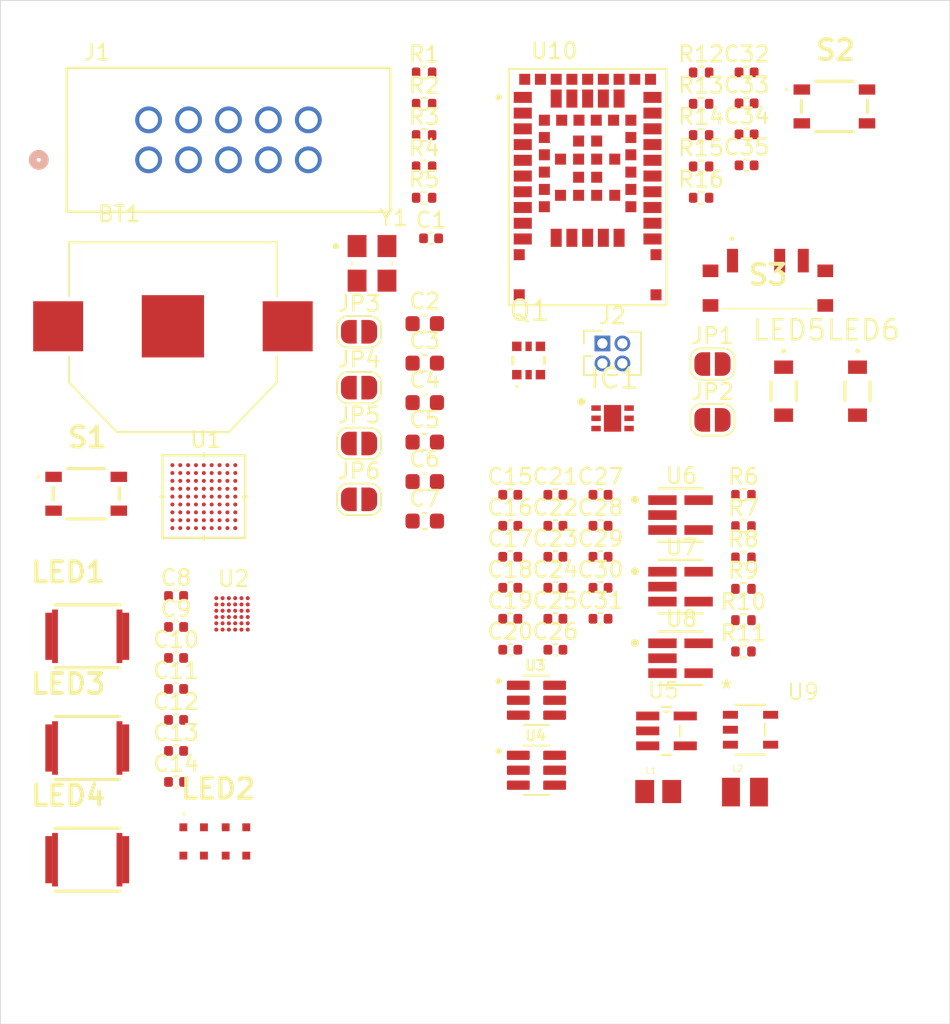
<source format=kicad_pcb>
(kicad_pcb (version 20241229) (generator "pcbnew") (generator_version "9.0")
  (layers (0 "F.Cu" signal) (2 "B.Cu" signal) (13 "F.Paste" user) (15 "B.Paste" user) (5 "F.SilkS" user "F.Silkscreen") (7 "B.SilkS" user "B.Silkscreen") (1 "F.Mask" user) (3 "B.Mask" user) (25 "Edge.Cuts" user))
  (net 0 "")
  (net 1 "+BATT")
  (net 2 "GND")
  (net 3 "Net-(C1-Pad1)")
  (net 4 "1V5")
  (net 5 "1V8")
  (net 6 "AVDD")
  (net 7 "DVDD")
  (net 8 "3V3_AFE")
  (net 9 "VLED")
  (net 10 "/AFE/VREF1")
  (net 11 "/AFE/VREF2")
  (net 12 "/PMU/2V")
  (net 13 "/PMU/3V6")
  (net 14 "Net-(U5-NR{slash}FB)")
  (net 15 "Net-(U9-SENSE{slash}ADJ)")
  (net 16 "Net-(U10-~{RESET})")
  (net 17 "/MCU/SDA")
  (net 18 "/MCU/ALERT")
  (net 19 "/MCU/SCL")
  (net 21 "/TCK")
  (net 22 "/VJTAG")
  (net 23 "/TDI")
  (net 24 "/VPUMP")
  (net 25 "Net-(J1-Pad3)")
  (net 26 "/TRST")
  (net 27 "/TMS")
  (net 28 "3V3_PROG")
  (net 29 "/MCU/SWDIO")
  (net 30 "/MCU/SWDCLK")
  (net 31 "Net-(JP1-A)")
  (net 32 "Net-(JP3-A)")
  (net 33 "Net-(JP4-A)")
  (net 34 "Net-(JP5-A)")
  (net 35 "Net-(JP6-B)")
  (net 36 "Net-(U3-SW)")
  (net 37 "Net-(U4-SW)")
  (net 38 "/AFE/IN2")
  (net 39 "/AFE/VC1")
  (net 40 "/AFE/LED1B")
  (net 41 "/AFE/LED2A")
  (net 42 "/AFE/LED1A")
  (net 43 "/AFE/IN1")
  (net 44 "/AFE/IN3")
  (net 45 "/AFE/IN4")
  (net 46 "Net-(LED5-K)")
  (net 47 "Net-(LED6-K)")
  (net 48 "FPGA_LED")
  (net 49 "/MCU/MCU_LED")
  (net 50 "/TDO")
  (net 51 "/!RESET")
  (net 52 "Net-(U4-FB)")
  (net 53 "Net-(U3-FB)")
  (net 54 "Net-(R10-Pad1)")
  (net 55 "Net-(R12-Pad2)")
  (net 56 "/MCU/FLASH_FREEZE_PIN")
  (net 63 "FLASH_FREEZE")
  (net 69 "FPGA_TO_AFE_MOSI")
  (net 70 "MCU_TO_FPGA_CS")
  (net 80 "FPGA_IO0")
  (net 82 "FPGA_TO_MCU_MISO")
  (net 83 "FPGA_IO1")
  (net 91 "FPGA_IO2")
  (net 92 "FPGA_TO_AFE_SCLK")
  (net 97 "/CLOCK_PIN")
  (net 98 "FPGA_TO_AFE_CS")
  (net 99 "AFE_TO_FPGA_MISO")
  (net 110 "MCU_TO_FPGA_MOSI")
  (net 115 "MCU_TO_FPGA_SCLK")
  (net 131 "CTRL_BOOST")
  (net 132 "CTRL_BOOST2")
  (net 167 "MCU_XO_FPGA")
  (footprint "Capacitor_SMD:C_0402_1005Metric" (layer "F.Cu") (at 130.12874 114.274199)
    (property "Reference" "C12" (at 0 -1.16 0) (layer "F.SilkS"))
    (property "Value" "10u")
    (pad "1" smd roundrect (at -0.48 0) (size 0.56 0.62) (layers "F.Cu" "F.Mask" "F.Paste") (net 9 "VLED"))
    (pad "2" smd roundrect (at 0.48 0) (size 0.56 0.62) (layers "F.Cu" "F.Mask" "F.Paste") (net 2 "GND"))
  )
  (footprint "Resistor_SMD:R_0402_1005Metric" (layer "F.Cu") (at 163.52874 77.104199)
    (property "Reference" "R14" (at 0 -1.17 0) (layer "F.SilkS"))
    (property "Value" "5k1(1%)")
    (pad "1" smd roundrect (at -0.51 0) (size 0.54 0.64) (layers "F.Cu" "F.Mask" "F.Paste") (net 17 "/MCU/SDA"))
    (pad "2" smd roundrect (at 0.51 0) (size 0.54 0.64) (layers "F.Cu" "F.Mask" "F.Paste") (net 5 "1V8"))
  )
  (footprint "Capacitor_SMD:C_0402_1005Metric" (layer "F.Cu") (at 151.38874 101.934199)
    (property "Reference" "C16" (at 0 -1.16 0) (layer "F.SilkS"))
    (property "Value" "10u(5%)")
    (pad "1" smd roundrect (at -0.48 0) (size 0.56 0.62) (layers "F.Cu" "F.Mask" "F.Paste") (net 1 "+BATT"))
    (pad "2" smd roundrect (at 0.48 0) (size 0.56 0.62) (layers "F.Cu" "F.Mask" "F.Paste") (net 2 "GND"))
  )
  (footprint "Capacitor_SMD:C_0402_1005Metric" (layer "F.Cu") (at 154.25874 99.964199)
    (property "Reference" "C21" (at 0 -1.16 0) (layer "F.SilkS"))
    (property "Value" "100n(5%)")
    (pad "1" smd roundrect (at -0.48 0) (size 0.56 0.62) (layers "F.Cu" "F.Mask" "F.Paste") (net 12 "/PMU/2V"))
    (pad "2" smd roundrect (at 0.48 0) (size 0.56 0.62) (layers "F.Cu" "F.Mask" "F.Paste") (net 2 "GND"))
  )
  (footprint "Capacitor_SMD:C_0402_1005Metric" (layer "F.Cu") (at 154.25874 107.844199)
    (property "Reference" "C25" (at 0 -1.16 0) (layer "F.SilkS"))
    (property "Value" "1u(5%)")
    (pad "1" smd roundrect (at -0.48 0) (size 0.56 0.62) (layers "F.Cu" "F.Mask" "F.Paste") (net 5 "1V8"))
    (pad "2" smd roundrect (at 0.48 0) (size 0.56 0.62) (layers "F.Cu" "F.Mask" "F.Paste") (net 2 "GND"))
  )
  (footprint "Capacitor_SMD:C_0402_1005Metric" (layer "F.Cu") (at 130.12874 108.364199)
    (property "Reference" "C9" (at 0 -1.16 0) (layer "F.SilkS"))
    (property "Value" "10u")
    (pad "1" smd roundrect (at -0.48 0) (size 0.56 0.62) (layers "F.Cu" "F.Mask" "F.Paste") (net 7 "DVDD"))
    (pad "2" smd roundrect (at 0.48 0) (size 0.56 0.62) (layers "F.Cu" "F.Mask" "F.Paste") (net 2 "GND"))
  )
  (footprint "Resistor_SMD:R_0402_1005Metric" (layer "F.Cu") (at 145.90874 75.114199)
    (property "Reference" "R2" (at 0 -1.17 0) (layer "F.SilkS"))
    (property "Value" "1k")
    (pad "1" smd roundrect (at -0.51 0) (size 0.54 0.64) (layers "F.Cu" "F.Mask" "F.Paste") (net 2 "GND"))
    (pad "2" smd roundrect (at 0.51 0) (size 0.54 0.64) (layers "F.Cu" "F.Mask" "F.Paste") (net 21 "/TCK"))
  )
  (footprint "Capacitor_SMD:C_0402_1005Metric" (layer "F.Cu") (at 130.12874 106.394199)
    (property "Reference" "C8" (at 0 -1.16 0) (layer "F.SilkS"))
    (property "Value" "10u")
    (pad "1" smd roundrect (at -0.48 0) (size 0.56 0.62) (layers "F.Cu" "F.Mask" "F.Paste") (net 6 "AVDD"))
    (pad "2" smd roundrect (at 0.48 0) (size 0.56 0.62) (layers "F.Cu" "F.Mask" "F.Paste") (net 2 "GND"))
  )
  (footprint "Capacitor_SMD:C_0402_1005Metric" (layer "F.Cu") (at 151.38874 105.874199)
    (property "Reference" "C18" (at 0 -1.16 0) (layer "F.SilkS"))
    (property "Value" "10u(5%)")
    (pad "1" smd roundrect (at -0.48 0) (size 0.56 0.62) (layers "F.Cu" "F.Mask" "F.Paste") (net 1 "+BATT"))
    (pad "2" smd roundrect (at 0.48 0) (size 0.56 0.62) (layers "F.Cu" "F.Mask" "F.Paste") (net 2 "GND"))
  )
  (footprint "wearable:SFH2202" (layer "F.Cu") (at 124.47874 123.159199)
    (property "Reference" "LED4" (at -1.21 -4.07 0) (layer "F.SilkS") (effects (font (size 1.27 1.27) (thickness 0.254))))
    (property "Value" "SFH_2202" (hide yes))
    (pad "1" smd rect (at -2.05 0) (size 0.37 3.4) (layers "F.Cu" "F.Mask" "F.Paste") (net 39 "/AFE/VC1"))
    (pad "2" smd rect (at 2.05 0) (size 0.37 3.4) (layers "F.Cu" "F.Mask" "F.Paste") (net 45 "/AFE/IN4"))
    (pad "3" smd rect (at -2.45 0) (size 0.43 3) (layers "F.Cu" "F.Mask" "F.Paste") (net 39 "/AFE/VC1"))
    (pad "4" smd rect (at 2.45 0) (size 0.43 3) (layers "F.Cu" "F.Mask" "F.Paste") (net 45 "/AFE/IN4"))
  )
  (footprint "Capacitor_SMD:C_0603_1608Metric" (layer "F.Cu") (at 145.94874 96.614199)
    (property "Reference" "C5" (at 0 -1.43 0) (layer "F.SilkS"))
    (property "Value" "10n")
    (pad "1" smd roundrect (at -0.775 0) (size 0.9 0.95) (layers "F.Cu" "F.Mask" "F.Paste") (net 4 "1V5"))
    (pad "2" smd roundrect (at 0.775 0) (size 0.9 0.95) (layers "F.Cu" "F.Mask" "F.Paste") (net 2 "GND"))
  )
  (footprint "Capacitor_SMD:C_0402_1005Metric" (layer "F.Cu") (at 154.25874 101.934199)
    (property "Reference" "C22" (at 0 -1.16 0) (layer "F.SilkS"))
    (property "Value" "100n(5%)")
    (pad "1" smd roundrect (at -0.48 0) (size 0.56 0.62) (layers "F.Cu" "F.Mask" "F.Paste") (net 4 "1V5"))
    (pad "2" smd roundrect (at 0.48 0) (size 0.56 0.62) (layers "F.Cu" "F.Mask" "F.Paste") (net 2 "GND"))
  )
  (footprint "Capacitor_SMD:C_0603_1608Metric" (layer "F.Cu") (at 145.94874 94.104199)
    (property "Reference" "C4" (at 0 -1.43 0) (layer "F.SilkS"))
    (property "Value" "100n")
    (pad "1" smd roundrect (at -0.775 0) (size 0.9 0.95) (layers "F.Cu" "F.Mask" "F.Paste") (net 4 "1V5"))
    (pad "2" smd roundrect (at 0.775 0) (size 0.9 0.95) (layers "F.Cu" "F.Mask" "F.Paste") (net 2 "GND"))
  )
  (footprint "Capacitor_SMD:C_0402_1005Metric" (layer "F.Cu") (at 154.25874 109.814199)
    (property "Reference" "C26" (at 0 -1.16 0) (layer "F.SilkS"))
    (property "Value" "1u(5%)")
    (pad "1" smd roundrect (at -0.48 0) (size 0.56 0.62) (layers "F.Cu" "F.Mask" "F.Paste") (net 12 "/PMU/2V"))
    (pad "2" smd roundrect (at 0.48 0) (size 0.56 0.62) (layers "F.Cu" "F.Mask" "F.Paste") (net 2 "GND"))
  )
  (footprint "Jumper:SolderJumper-2_P1.3mm_Open_RoundedPad1.0x1.5mm" (layer "F.Cu") (at 141.76874 89.604199)
    (property "Reference" "JP3" (at 0 -1.8 0) (layer "F.SilkS"))
    (property "Value" "SolderJumper_2_Open")
    (pad "1" smd custom (at -0.65 0) (size 1 0.5) (layers "F.Cu" "F.Mask") (net 32 "Net-(JP3-A)") (options (clearance outline) (anchor rect)) (primitives (gr_circle (center 0 0.25) (end 0.5 0.25) (width 0) (fill yes)) (gr_circle (center 0 -0.25) (end 0.5 -0.25) (width 0) (fill yes)) (gr_poly (pts (xy 0.5 0.75) (xy 0 0.75) (xy 0 -0.75) (xy 0.5 -0.75)) (width 0) (fill yes))))
    (pad "2" smd custom (at 0.65 0) (size 1 0.5) (layers "F.Cu" "F.Mask") (net 2 "GND") (options (clearance outline) (anchor rect)) (primitives (gr_circle (center 0 0.25) (end 0.5 0.25) (width 0) (fill yes)) (gr_circle (center 0 -0.25) (end 0.5 -0.25) (width 0) (fill yes)) (gr_poly (pts (xy 0 0.75) (xy -0.5 0.75) (xy -0.5 -0.75) (xy 0 -0.75)) (width 0) (fill yes))))
  )
  (footprint "wearable:KDZLV100" (layer "F.Cu") (at 168.77374 93.379199)
    (property "Reference" "LED5" (at 0.37 -3.88 0) (layer "F.SilkS") (effects (font (size 1.27 1.27) (thickness 0.15875))))
    (property "Value" "SML-P11UTT86R" (hide yes))
    (pad "1" smd rect (at 0 -1.525 90) (size 0.85 1.2) (layers "F.Cu" "F.Mask" "F.Paste") (net 46 "Net-(LED5-K)"))
    (pad "2" smd rect (at 0 1.525 90) (size 0.85 1.2) (layers "F.Cu" "F.Mask" "F.Paste") (net 5 "1V8"))
  )
  (footprint "Resistor_SMD:R_0402_1005Metric" (layer "F.Cu") (at 145.90874 73.124199)
    (property "Reference" "R1" (at 0 -1.17 0) (layer "F.SilkS"))
    (property "Value" "39R")
    (pad "1" smd roundrect (at -0.51 0) (size 0.54 0.64) (layers "F.Cu" "F.Mask" "F.Paste") (net 50 "/TDO"))
    (pad "2" smd roundrect (at 0.51 0) (size 0.54 0.64) (layers "F.Cu" "F.Mask" "F.Paste") (net 25 "Net-(J1-Pad3)"))
  )
  (footprint "Resistor_SMD:R_0402_1005Metric" (layer "F.Cu") (at 166.21874 101.964199)
    (property "Reference" "R7" (at 0 -1.17 0) (layer "F.SilkS"))
    (property "Value" "180k(1%)")
    (pad "1" smd roundrect (at -0.51 0) (size 0.54 0.64) (layers "F.Cu" "F.Mask" "F.Paste") (net 2 "GND"))
    (pad "2" smd roundrect (at 0.51 0) (size 0.54 0.64) (layers "F.Cu" "F.Mask" "F.Paste") (net 53 "Net-(U3-FB)"))
  )
  (footprint "Capacitor_SMD:C_0603_1608Metric" (layer "F.Cu") (at 145.94874 101.634199)
    (property "Reference" "C7" (at 0 -1.43 0) (layer "F.SilkS"))
    (property "Value" "10n")
    (pad "1" smd roundrect (at -0.775 0) (size 0.9 0.95) (layers "F.Cu" "F.Mask" "F.Paste") (net 5 "1V8"))
    (pad "2" smd roundrect (at 0.775 0) (size 0.9 0.95) (layers "F.Cu" "F.Mask" "F.Paste") (net 2 "GND"))
  )
  (footprint "wearable:BAT_2996" (layer "F.Cu") (at 129.92874 89.254199)
    (property "Reference" "BT1" (at -3.411 -7.142 0) (layer "F.SilkS"))
    (property "Value" "2996")
    (pad "N" smd rect (at 0 0) (size 3.96 3.96) (layers "F.Cu" "F.Mask") (net 2 "GND"))
    (pad "P1" smd rect (at -7.3 0) (size 3.18 3.18) (layers "F.Cu" "F.Mask" "F.Paste") (net 1 "+BATT"))
    (pad "P2" smd rect (at 7.3 0) (size 3.18 3.18) (layers "F.Cu" "F.Mask" "F.Paste") (net 1 "+BATT"))
  )
  (footprint "Capacitor_SMD:C_0402_1005Metric" (layer "F.Cu") (at 151.38874 109.814199)
    (property "Reference" "C20" (at 0 -1.16 0) (layer "F.SilkS"))
    (property "Value" "2.2u(5%)")
    (pad "1" smd roundrect (at -0.48 0) (size 0.56 0.62) (layers "F.Cu" "F.Mask" "F.Paste") (net 13 "/PMU/3V6"))
    (pad "2" smd roundrect (at 0.48 0) (size 0.56 0.62) (layers "F.Cu" "F.Mask" "F.Paste") (net 2 "GND"))
  )
  (footprint "Capacitor_SMD:C_0402_1005Metric" (layer "F.Cu") (at 130.12874 112.304199)
    (property "Reference" "C11" (at 0 -1.16 0) (layer "F.SilkS"))
    (property "Value" "10u")
    (pad "1" smd roundrect (at -0.48 0) (size 0.56 0.62) (layers "F.Cu" "F.Mask" "F.Paste") (net 7 "DVDD"))
    (pad "2" smd roundrect (at 0.48 0) (size 0.56 0.62) (layers "F.Cu" "F.Mask" "F.Paste") (net 2 "GND"))
  )
  (footprint "Resistor_SMD:R_0402_1005Metric" (layer "F.Cu") (at 145.90874 77.104199)
    (property "Reference" "R3" (at 0 -1.17 0) (layer "F.SilkS"))
    (property "Value" "1k")
    (pad "1" smd roundrect (at -0.51 0) (size 0.54 0.64) (layers "F.Cu" "F.Mask" "F.Paste") (net 2 "GND"))
    (pad "2" smd roundrect (at 0.51 0) (size 0.54 0.64) (layers "F.Cu" "F.Mask" "F.Paste") (net 26 "/TRST"))
  )
  (footprint "Capacitor_SMD:C_0402_1005Metric" (layer "F.Cu") (at 154.25874 103.904199)
    (property "Reference" "C23" (at 0 -1.16 0) (layer "F.SilkS"))
    (property "Value" "100n(5%)")
    (pad "1" smd roundrect (at -0.48 0) (size 0.56 0.62) (layers "F.Cu" "F.Mask" "F.Paste") (net 14 "Net-(U5-NR{slash}FB)"))
    (pad "2" smd roundrect (at 0.48 0) (size 0.56 0.62) (layers "F.Cu" "F.Mask" "F.Paste") (net 2 "GND"))
  )
  (footprint "Jumper:SolderJumper-2_P1.3mm_Open_RoundedPad1.0x1.5mm" (layer "F.Cu") (at 164.24874 95.204199)
    (property "Reference" "JP2" (at 0 -1.8 0) (layer "F.SilkS"))
    (property "Value" "SolderJumper_2_Open")
    (pad "1" smd custom (at -0.65 0) (size 1 0.5) (layers "F.Cu" "F.Mask") (net 31 "Net-(JP1-A)") (options (clearance outline) (anchor rect)) (primitives (gr_circle (center 0 0.25) (end 0.5 0.25) (width 0) (fill yes)) (gr_circle (center 0 -0.25) (end 0.5 -0.25) (width 0) (fill yes)) (gr_poly (pts (xy 0.5 0.75) (xy 0 0.75) (xy 0 -0.75) (xy 0.5 -0.75)) (width 0) (fill yes))))
    (pad "2" smd custom (at 0.65 0) (size 1 0.5) (layers "F.Cu" "F.Mask") (net 5 "1V8") (options (clearance outline) (anchor rect)) (primitives (gr_circle (center 0 0.25) (end 0.5 0.25) (width 0) (fill yes)) (gr_circle (center 0 -0.25) (end 0.5 -0.25) (width 0) (fill yes)) (gr_poly (pts (xy 0 0.75) (xy -0.5 0.75) (xy -0.5 -0.75) (xy 0 -0.75)) (width 0) (fill yes))))
  )
  (footprint "Jumper:SolderJumper-2_P1.3mm_Open_RoundedPad1.0x1.5mm" (layer "F.Cu") (at 164.24874 91.654199)
    (property "Reference" "JP1" (at 0 -1.8 0) (layer "F.SilkS"))
    (property "Value" "SolderJumper_2_Open")
    (pad "1" smd custom (at -0.65 0) (size 1 0.5) (layers "F.Cu" "F.Mask") (net 31 "Net-(JP1-A)") (options (clearance outline) (anchor rect)) (primitives (gr_circle (center 0 0.25) (end 0.5 0.25) (width 0) (fill yes)) (gr_circle (center 0 -0.25) (end 0.5 -0.25) (width 0) (fill yes)) (gr_poly (pts (xy 0.5 0.75) (xy 0 0.75) (xy 0 -0.75) (xy 0.5 -0.75)) (width 0) (fill yes))))
    (pad "2" smd custom (at 0.65 0) (size 1 0.5) (layers "F.Cu" "F.Mask") (net 28 "3V3_PROG") (options (clearance outline) (anchor rect)) (primitives (gr_circle (center 0 0.25) (end 0.5 0.25) (width 0) (fill yes)) (gr_circle (center 0 -0.25) (end 0.5 -0.25) (width 0) (fill yes)) (gr_poly (pts (xy 0 0.75) (xy -0.5 0.75) (xy -0.5 -0.75) (xy 0 -0.75)) (width 0) (fill yes))))
  )
  (footprint "wearable:INDC2016X180N_6_8uH" (layer "F.Cu") (at 166.31674 118.862199)
    (property "Reference" "L2" (at -0.46 -1.5 0) (layer "F.SilkS") (effects (font (size 0.393701 0.393701) (thickness 0.0508))))
    (property "Value" "LBM2016T6R8J")
    (pad "1" smd rect (at -0.89 0) (size 1.14 1.82) (layers "F.Cu" "F.Mask" "F.Paste") (net 1 "+BATT"))
    (pad "2" smd rect (at 0.89 0) (size 1.14 1.82) (layers "F.Cu" "F.Mask" "F.Paste") (net 37 "Net-(U4-SW)"))
  )
  (footprint "wearable:SOT95P280X110-6N" (layer "F.Cu") (at 153.05374 113.024199)
    (property "Reference" "U3" (at -0.068 -2.2064 0) (layer "F.SilkS") (effects (font (size 0.64 0.64))))
    (property "Value" "TPS61071DDCR")
    (pad "1" smd roundrect (at -1.155 -0.95) (size 1.45 0.59) (layers "F.Cu" "F.Mask" "F.Paste") (roundrect_rratio 0.125) (net 36 "Net-(U3-SW)"))
    (pad "2" smd roundrect (at -1.155 0) (size 1.45 0.59) (layers "F.Cu" "F.Mask" "F.Paste") (roundrect_rratio 0.125) (net 2 "GND"))
    (pad "3" smd roundrect (at -1.155 0.95) (size 1.45 0.59) (layers "F.Cu" "F.Mask" "F.Paste") (roundrect_rratio 0.125) (net 131 "CTRL_BOOST"))
    (pad "4" smd roundrect (at 1.155 0.95) (size 1.45 0.59) (layers "F.Cu" "F.Mask" "F.Paste") (roundrect_rratio 0.125) (net 53 "Net-(U3-FB)"))
    (pad "5" smd roundrect (at 1.155 0) (size 1.45 0.59) (layers "F.Cu" "F.Mask" "F.Paste") (roundrect_rratio 0.125) (net 12 "/PMU/2V"))
    (pad "6" smd roundrect (at 1.155 -0.95) (size 1.45 0.59) (layers "F.Cu" "F.Mask" "F.Paste") (roundrect_rratio 0.125) (net 1 "+BATT"))
  )
  (footprint "Capacitor_SMD:C_0402_1005Metric" (layer "F.Cu") (at 151.38874 107.844199)
    (property "Reference" "C19" (at 0 -1.16 0) (layer "F.SilkS"))
    (property "Value" "100n(5%)")
    (pad "1" smd roundrect (at -0.48 0) (size 0.56 0.62) (layers "F.Cu" "F.Mask" "F.Paste") (net 1 "+BATT"))
    (pad "2" smd roundrect (at 0.48 0) (size 0.56 0.62) (layers "F.Cu" "F.Mask" "F.Paste") (net 2 "GND"))
  )
  (footprint "Capacitor_SMD:C_0402_1005Metric" (layer "F.Cu") (at 146.34874 83.664199)
    (property "Reference" "C1" (at 0 -1.16 0) (layer "F.SilkS"))
    (property "Value" "10u")
    (pad "1" smd roundrect (at -0.48 0) (size 0.56 0.62) (layers "F.Cu" "F.Mask" "F.Paste") (net 3 "Net-(C1-Pad1)"))
    (pad "2" smd roundrect (at 0.48 0) (size 0.56 0.62) (layers "F.Cu" "F.Mask" "F.Paste") (net 2 "GND"))
  )
  (footprint "Connector_PinHeader_1.27mm:PinHeader_2x02_P1.27mm_Vertical" (layer "F.Cu") (at 157.24874 90.344199)
    (property "Reference" "J2" (at 0.635 -1.745 0) (layer "F.SilkS"))
    (property "Value" "Conn_02x02_Counter_Clockwise")
    (pad "1" thru_hole rect (at 0 0) (size 1 1) (drill 0.65) (layers "*.Cu" "*.Mask") (net 28 "3V3_PROG"))
    (pad "2" thru_hole circle (at 1.27 0) (size 1 1) (drill 0.65) (layers "*.Cu" "*.Mask") (net 30 "/MCU/SWDCLK"))
    (pad "3" thru_hole circle (at 0 1.27) (size 1 1) (drill 0.65) (layers "*.Cu" "*.Mask") (net 2 "GND"))
    (pad "4" thru_hole circle (at 1.27 1.27) (size 1 1) (drill 0.65) (layers "*.Cu" "*.Mask") (net 29 "/MCU/SWDIO"))
  )
  (footprint "Capacitor_SMD:C_0603_1608Metric" (layer "F.Cu") (at 145.94874 91.594199)
    (property "Reference" "C3" (at 0 -1.43 0) (layer "F.SilkS"))
    (property "Value" "10n")
    (pad "1" smd roundrect (at -0.775 0) (size 0.9 0.95) (layers "F.Cu" "F.Mask" "F.Paste") (net 4 "1V5"))
    (pad "2" smd roundrect (at 0.775 0) (size 0.9 0.95) (layers "F.Cu" "F.Mask" "F.Paste") (net 2 "GND"))
  )
  (footprint "wearable:INDC2012X145N" (layer "F.Cu") (at 160.79674 118.827199)
    (property "Reference" "L1" (at -0.46 -1.32 0) (layer "F.SilkS") (effects (font (size 0.393701 0.393701) (thickness 0.049213))))
    (property "Value" "MLZ2012M100HT000")
    (pad "1" smd rect (at -0.86 0) (size 1.2 1.47) (layers "F.Cu" "F.Mask" "F.Paste") (net 1 "+BATT"))
    (pad "2" smd rect (at 0.86 0) (size 1.2 1.47) (layers "F.Cu" "F.Mask" "F.Paste") (net 36 "Net-(U3-SW)"))
  )
  (footprint "wearable:CB-36-10_ADI" (layer "F.Cu") (at 133.68934 107.534799)
    (property "Reference" "U2" (at 0.1 -2.23 0) (layer "F.SilkS"))
    (property "Value" "ADPD6000BCBZR7" (hide yes))
    (pad "A1" smd circle (at -1 -1) (size 0.254 0.254) (layers "F.Cu" "F.Mask" "F.Paste") (net 92 "FPGA_TO_AFE_SCLK"))
    (pad "A2" smd circle (at -0.6 -1) (size 0.254 0.254) (layers "F.Cu" "F.Mask" "F.Paste") (net 69 "FPGA_TO_AFE_MOSI"))
    (pad "A3" smd circle (at -0.2 -1) (size 0.254 0.254) (layers "F.Cu" "F.Mask" "F.Paste") (net 98 "FPGA_TO_AFE_CS"))
    (pad "A4" smd circle (at 0.2 -1) (size 0.254 0.254) (layers "F.Cu" "F.Mask" "F.Paste"))
    (pad "A5" smd circle (at 0.6 -1) (size 0.254 0.254) (layers "F.Cu" "F.Mask" "F.Paste") (net 41 "/AFE/LED2A"))
    (pad "A6" smd circle (at 1 -1) (size 0.254 0.254) (layers "F.Cu" "F.Mask" "F.Paste") (net 42 "/AFE/LED1A"))
    (pad "B1" smd circle (at -1 -0.6) (size 0.254 0.254) (layers "F.Cu" "F.Mask" "F.Paste") (net 91 "FPGA_IO2"))
    (pad "B2" smd circle (at -0.6 -0.6) (size 0.254 0.254) (layers "F.Cu" "F.Mask" "F.Paste") (net 99 "AFE_TO_FPGA_MISO"))
    (pad "B3" smd circle (at -0.2 -0.6) (size 0.254 0.254) (layers "F.Cu" "F.Mask" "F.Paste") (net 7 "DVDD"))
    (pad "B4" smd circle (at 0.2 -0.6) (size 0.254 0.254) (layers "F.Cu" "F.Mask" "F.Paste") (net 8 "3V3_AFE"))
    (pad "B5" smd circle (at 0.6 -0.6) (size 0.254 0.254) (layers "F.Cu" "F.Mask" "F.Paste") (net 40 "/AFE/LED1B"))
    (pad "B6" smd circle (at 1 -0.6) (size 0.254 0.254) (layers "F.Cu" "F.Mask" "F.Paste") (net 2 "GND"))
    (pad "C1" smd circle (at -1 -0.2) (size 0.254 0.254) (layers "F.Cu" "F.Mask" "F.Paste") (net 80 "FPGA_IO0"))
    (pad "C2" smd circle (at -0.6 -0.2) (size 0.254 0.254) (layers "F.Cu" "F.Mask" "F.Paste") (net 83 "FPGA_IO1"))
    (pad "C3" smd circle (at -0.2 -0.2) (size 0.254 0.254) (layers "F.Cu" "F.Mask" "F.Paste"))
    (pad "C4" smd circle (at 0.2 -0.2) (size 0.254 0.254) (layers "F.Cu" "F.Mask" "F.Paste"))
    (pad "C5" smd circle (at 0.6 -0.2) (size 0.254 0.254) (layers "F.Cu" "F.Mask" "F.Paste"))
    (pad "C6" smd circle (at 1 -0.2) (size 0.254 0.254) (layers "F.Cu" "F.Mask" "F.Paste"))
    (pad "D1" smd circle (at -1 0.2) (size 0.254 0.254) (layers "F.Cu" "F.Mask" "F.Paste") (net 7 "DVDD"))
    (pad "D2" smd circle (at -0.6 0.2) (size 0.254 0.254) (layers "F.Cu" "F.Mask" "F.Paste") (net 2 "GND"))
    (pad "D3" smd circle (at -0.2 0.2) (size 0.254 0.254) (layers "F.Cu" "F.Mask" "F.Paste") (net 2 "GND"))
    (pad "D4" smd circle (at 0.2 0.2) (size 0.254 0.254) (layers "F.Cu" "F.Mask" "F.Paste"))
    (pad "D5" smd circle (at 0.6 0.2) (size 0.254 0.254) (layers "F.Cu" "F.Mask" "F.Paste"))
    (pad "D6" smd circle (at 1 0.2) (size 0.254 0.254) (layers "F.Cu" "F.Mask" "F.Paste"))
    (pad "E1" smd circle (at -1 0.6) (size 0.254 0.254) (layers "F.Cu" "F.Mask" "F.Paste") (net 38 "/AFE/IN2"))
    (pad "E2" smd circle (at -0.6 0.6) (size 0.254 0.254) (layers "F.Cu" "F.Mask" "F.Paste") (net 45 "/AFE/IN4"))
    (pad "E3" smd circle (at -0.2 0.6) (size 0.254 0.254) (layers "F.Cu" "F.Mask" "F.Paste"))
    (pad "E4" smd circle (at 0.2 0.6) (size 0.254 0.254) (layers "F.Cu" "F.Mask" "F.Paste") (net 11 "/AFE/VREF2"))
    (pad "E5" smd circle (at 0.6 0.6) (size 0.254 0.254) (layers "F.Cu" "F.Mask" "F.Paste") (net 2 "GND"))
    (pad "E6" smd circle (at 1 0.6) (size 0.254 0.254) (layers "F.Cu" "F.Mask" "F.Paste"))
    (pad "F1" smd circle (at -1 1) (size 0.254 0.254) (layers "F.Cu" "F.Mask" "F.Paste") (net 43 "/AFE/IN1"))
    (pad "F2" smd circle (at -0.6 1) (size 0.254 0.254) (layers "F.Cu" "F.Mask" "F.Paste") (net 44 "/AFE/IN3"))
    (pad "F3" smd circle (at -0.2 1) (size 0.254 0.254) (layers "F.Cu" "F.Mask" "F.Paste") (net 39 "/AFE/VC1"))
    (pad "F4" smd circle (at 0.2 1) (size 0.254 0.254) (layers "F.Cu" "F.Mask" "F.Paste") (net 10 "/AFE/VREF1"))
    (pad "F5" smd circle (at 0.6 1) (size 0.254 0.254) (layers "F.Cu" "F.Mask" "F.Paste") (net 6 "AVDD"))
    (pad "F6" smd circle (at 1 1) (size 0.254 0.254) (layers "F.Cu" "F.Mask" "F.Paste"))
  )
  (footprint "Capacitor_SMD:C_0603_1608Metric" (layer "F.Cu") (at 145.94874 89.084199)
    (property "Reference" "C2" (at 0 -1.43 0) (layer "F.SilkS"))
    (property "Value" "100n")
    (pad "1" smd roundrect (at -0.775 0) (size 0.9 0.95) (layers "F.Cu" "F.Mask" "F.Paste") (net 4 "1V5"))
    (pad "2" smd roundrect (at 0.775 0) (size 0.9 0.95) (layers "F.Cu" "F.Mask" "F.Paste") (net 2 "GND"))
  )
  (footprint "wearable:DBV0005A-IPC_A" (layer "F.Cu") (at 162.216842 101.254198)
    (property "Reference" "U6" (at 0.06 -2.5 0) (layer "F.SilkS"))
    (property "Value" "TPS7A2018PDBVR" (hide yes))
    (pad "1" smd rect (at -1.150483 -0.950001) (size 1.805236 0.612132) (layers "F.Cu" "F.Mask" "F.Paste") (net 12 "/PMU/2V"))
    (pad "2" smd rect (at -1.150483 0) (size 1.805236 0.612132) (layers "F.Cu" "F.Mask" "F.Paste") (net 2 "GND"))
    (pad "3" smd rect (at -1.150483 0.950001) (size 1.805236 0.612132) (layers "F.Cu" "F.Mask" "F.Paste") (net 12 "/PMU/2V"))
    (pad "4" smd rect (at 1.150483 0.950001) (size 1.805236 0.612132) (layers "F.Cu" "F.Mask" "F.Paste"))
    (pad "5" smd rect (at 1.150483 -0.950001) (size 1.805236 0.612132) (layers "F.Cu" "F.Mask" "F.Paste") (net 5 "1V8"))
  )
  (footprint "Resistor_SMD:R_0402_1005Metric" (layer "F.Cu") (at 166.21874 105.944199)
    (property "Reference" "R9" (at 0 -1.17 0) (layer "F.SilkS"))
    (property "Value" "1Meg(1%)")
    (pad "1" smd roundrect (at -0.51 0) (size 0.54 0.64) (layers "F.Cu" "F.Mask" "F.Paste") (net 52 "Net-(U4-FB)"))
    (pad "2" smd roundrect (at 0.51 0) (size 0.54 0.64) (layers "F.Cu" "F.Mask" "F.Paste") (net 13 "/PMU/3V6"))
  )
  (footprint "Jumper:SolderJumper-2_P1.3mm_Open_RoundedPad1.0x1.5mm" (layer "F.Cu") (at 141.76874 100.254199)
    (property "Reference" "JP6" (at 0 -1.8 0) (layer "F.SilkS"))
    (property "Value" "SolderJumper_2_Open")
    (pad "1" smd custom (at -0.65 0) (size 1 0.5) (layers "F.Cu" "F.Mask") (net 2 "GND") (options (clearance outline) (anchor rect)) (primitives (gr_circle (center 0 0.25) (end 0.5 0.25) (width 0) (fill yes)) (gr_circle (center 0 -0.25) (end 0.5 -0.25) (width 0) (fill yes)) (gr_poly (pts (xy 0.5 0.75) (xy 0 0.75) (xy 0 -0.75) (xy 0.5 -0.75)) (width 0) (fill yes))))
    (pad "2" smd custom (at 0.65 0) (size 1 0.5) (layers "F.Cu" "F.Mask") (net 35 "Net-(JP6-B)") (options (clearance outline) (anchor rect)) (primitives (gr_circle (center 0 0.25) (end 0.5 0.25) (width 0) (fill yes)) (gr_circle (center 0 -0.25) (end 0.5 -0.25) (width 0) (fill yes)) (gr_poly (pts (xy 0 0.75) (xy -0.5 0.75) (xy -0.5 -0.75) (xy 0 -0.75)) (width 0) (fill yes))))
  )
  (footprint "wearable:CS81_MCH" (layer "F.Cu") (at 131.89584 100.081299)
    (property "Reference" "U1" (at 0.13 -3.62 0) (layer "F.SilkS"))
    (property "Value" "AGLN250V5-CSG81I" (hide yes))
    (pad "A1" smd circle (at -2 -2) (size 0.254 0.254) (layers "F.Cu" "F.Mask" "F.Paste") (net 51 "/!RESET"))
    (pad "A2" smd circle (at -1.5 -2) (size 0.254 0.254) (layers "F.Cu" "F.Mask" "F.Paste") (net 98 "FPGA_TO_AFE_CS"))
    (pad "A3" smd circle (at -1 -2) (size 0.254 0.254) (layers "F.Cu" "F.Mask" "F.Paste") (net 97 "/CLOCK_PIN"))
    (pad "A4" smd circle (at -0.5 -2) (size 0.254 0.254) (layers "F.Cu" "F.Mask" "F.Paste") (net 80 "FPGA_IO0"))
    (pad "A5" smd circle (at 0 -2) (size 0.254 0.254) (layers "F.Cu" "F.Mask" "F.Paste") (net 83 "FPGA_IO1"))
    (pad "A6" smd circle (at 0.5 -2) (size 0.254 0.254) (layers "F.Cu" "F.Mask" "F.Paste") (net 91 "FPGA_IO2"))
    (pad "A7" smd circle (at 1 -2) (size 0.254 0.254) (layers "F.Cu" "F.Mask" "F.Paste") (net 82 "FPGA_TO_MCU_MISO"))
    (pad "A8" smd circle (at 1.5 -2) (size 0.254 0.254) (layers "F.Cu" "F.Mask" "F.Paste") (net 110 "MCU_TO_FPGA_MOSI"))
    (pad "A9" smd circle (at 2 -2) (size 0.254 0.254) (layers "F.Cu" "F.Mask" "F.Paste"))
    (pad "B1" smd circle (at -2 -1.5) (size 0.254 0.254) (layers "F.Cu" "F.Mask" "F.Paste"))
    (pad "B2" smd circle (at -1.5 -1.5) (size 0.254 0.254) (layers "F.Cu" "F.Mask" "F.Paste") (net 70 "MCU_TO_FPGA_CS"))
    (pad "B3" smd circle (at -1 -1.5) (size 0.254 0.254) (layers "F.Cu" "F.Mask" "F.Paste") (net 115 "MCU_TO_FPGA_SCLK"))
    (pad "B4" smd circle (at -0.5 -1.5) (size 0.254 0.254) (layers "F.Cu" "F.Mask" "F.Paste"))
    (pad "B5" smd circle (at 0 -1.5) (size 0.254 0.254) (layers "F.Cu" "F.Mask" "F.Paste") (net 99 "AFE_TO_FPGA_MISO"))
    (pad "B6" smd circle (at 0.5 -1.5) (size 0.254 0.254) (layers "F.Cu" "F.Mask" "F.Paste") (net 92 "FPGA_TO_AFE_SCLK"))
    (pad "B7" smd circle (at 1 -1.5) (size 0.254 0.254) (layers "F.Cu" "F.Mask" "F.Paste") (net 69 "FPGA_TO_AFE_MOSI"))
    (pad "B8" smd circle (at 1.5 -1.5) (size 0.254 0.254) (layers "F.Cu" "F.Mask" "F.Paste"))
    (pad "B9" smd circle (at 2 -1.5) (size 0.254 0.254) (layers "F.Cu" "F.Mask" "F.Paste"))
    (pad "C1" smd circle (at -2 -1) (size 0.254 0.254) (layers "F.Cu" "F.Mask" "F.Paste"))
    (pad "C2" smd circle (at -1.5 -1) (size 0.254 0.254) (layers "F.Cu" "F.Mask" "F.Paste"))
    (pad "C3" smd circle (at -1 -1) (size 0.254 0.254) (layers "F.Cu" "F.Mask" "F.Paste") (net 2 "GND"))
    (pad "C4" smd circle (at -0.5 -1) (size 0.254 0.254) (layers "F.Cu" "F.Mask" "F.Paste") (net 48 "FPGA_LED"))
    (pad "C5" smd circle (at 0 -1) (size 0.254 0.254) (layers "F.Cu" "F.Mask" "F.Paste"))
    (pad "C6" smd circle (at 0.5 -1) (size 0.254 0.254) (layers "F.Cu" "F.Mask" "F.Paste") (net 2 "GND"))
    (pad "C7" smd circle (at 1 -1) (size 0.254 0.254) (layers "F.Cu" "F.Mask" "F.Paste"))
    (pad "C8" smd circle (at 1.5 -1) (size 0.254 0.254) (layers "F.Cu" "F.Mask" "F.Paste"))
    (pad "C9" smd circle (at 2 -1) (size 0.254 0.254) (layers "F.Cu" "F.Mask" "F.Paste"))
    (pad "D1" smd circle (at -2 -0.5) (size 0.254 0.254) (layers "F.Cu" "F.Mask" "F.Paste"))
    (pad "D2" smd circle (at -1.5 -0.5) (size 0.254 0.254) (layers "F.Cu" "F.Mask" "F.Paste"))
    (pad "D3" smd circle (at -1 -0.5) (size 0.254 0.254) (layers "F.Cu" "F.Mask" "F.Paste"))
    (pad "D4" smd circle (at -0.5 -0.5) (size 0.254 0.254) (layers "F.Cu" "F.Mask" "F.Paste") (net 4 "1V5"))
    (pad "D5" smd circle (at 0 -0.5) (size 0.254 0.254) (layers "F.Cu" "F.Mask" "F.Paste") (net 5 "1V8"))
    (pad "D6" smd circle (at 0.5 -0.5) (size 0.254 0.254) (layers "F.Cu" "F.Mask" "F.Paste") (net 2 "GND"))
    (pad "D7" smd circle (at 1 -0.5) (size 0.254 0.254) (layers "F.Cu" "F.Mask" "F.Paste"))
    (pad "D8" smd circle (at 1.5 -0.5) (size 0.254 0.254) (layers "F.Cu" "F.Mask" "F.Paste"))
    (pad "D9" smd circle (at 2 -0.5) (size 0.254 0.254) (layers "F.Cu" "F.Mask" "F.Paste"))
    (pad "E1" smd circle (at -2 0) (size 0.254 0.254) (layers "F.Cu" "F.Mask" "F.Paste"))
    (pad "E2" smd circle (at -1.5 0) (size 0.254 0.254) (layers "F.Cu" "F.Mask" "F.Paste"))
    (pad "E3" smd circle (at -1 0) (size 0.254 0.254) (layers "F.Cu" "F.Mask" "F.Paste"))
    (pad "E4" smd circle (at -0.5 0) (size 0.254 0.254) (layers "F.Cu" "F.Mask" "F.Paste") (net 35 "Net-(JP6-B)"))
    (pad "E5" smd circle (at 0 0) (size 0.254 0.254) (layers "F.Cu" "F.Mask" "F.Paste") (net 4 "1V5"))
    (pad "E6" smd circle (at 0.5 0) (size 0.254 0.254) (layers "F.Cu" "F.Mask" "F.Paste") (net 34 "Net-(JP5-A)"))
    (pad "E7" smd circle (at 1 0) (size 0.254 0.254) (layers "F.Cu" "F.Mask" "F.Paste"))
    (pad "E8" smd circle (at 1.5 0) (size 0.254 0.254) (layers "F.Cu" "F.Mask" "F.Paste"))
    (pad "E9" smd circle (at 2 0) (size 0.254 0.254) (layers "F.Cu" "F.Mask" "F.Paste"))
    (pad "F1" smd circle (at -2 0.5) (size 0.254 0.254) (layers "F.Cu" "F.Mask" "F.Paste") (net 33 "Net-(JP4-A)"))
    (pad "F2" smd circle (at -1.5 0.5) (size 0.254 0.254) (layers "F.Cu" "F.Mask" "F.Paste") (net 32 "Net-(JP3-A)"))
    (pad "F3" smd circle (at -1 0.5) (size 0.254 0.254) (layers "F.Cu" "F.Mask" "F.Paste") (net 2 "GND"))
    (pad "F4" smd circle (at -0.5 0.5) (size 0.254 0.254) (layers "F.Cu" "F.Mask" "F.Paste") (net 2 "GND"))
    (pad "F5" smd circle (at 0 0.5) (size 0.254 0.254) (layers "F.Cu" "F.Mask" "F.Paste") (net 5 "1V8"))
    (pad "F6" smd circle (at 0.5 0.5) (size 0.254 0.254) (layers "F.Cu" "F.Mask" "F.Paste") (net 2 "GND"))
    (pad "F7" smd circle (at 1 0.5) (size 0.254 0.254) (layers "F.Cu" "F.Mask" "F.Paste"))
    (pad "F8" smd circle (at 1.5 0.5) (size 0.254 0.254) (layers "F.Cu" "F.Mask" "F.Paste"))
    (pad "F9" smd circle (at 2 0.5) (size 0.254 0.254) (layers "F.Cu" "F.Mask" "F.Paste"))
    (pad "G1" smd circle (at -2 1) (size 0.254 0.254) (layers "F.Cu" "F.Mask" "F.Paste"))
    (pad "G2" smd circle (at -1.5 1) (size 0.254 0.254) (layers "F.Cu" "F.Mask" "F.Paste"))
    (pad "G3" smd circle (at -1 1) (size 0.254 0.254) (layers "F.Cu" "F.Mask" "F.Paste"))
    (pad "G4" smd circle (at -0.5 1) (size 0.254 0.254) (layers "F.Cu" "F.Mask" "F.Paste"))
    (pad "G5" smd circle (at 0 1) (size 0.254 0.254) (layers "F.Cu" "F.Mask" "F.Paste"))
    (pad "G6" smd circle (at 0.5 1) (size 0.254 0.254) (layers "F.Cu" "F.Mask" "F.Paste"))
    (pad "G7" smd circle (at 1 1) (size 0.254 0.254) (layers "F.Cu" "F.Mask" "F.Paste"))
    (pad "G8" smd circle (at 1.5 1) (size 0.254 0.254) (layers "F.Cu" "F.Mask" "F.Paste") (net 22 "/VJTAG"))
    (pad "G9" smd circle (at 2 1) (size 0.254 0.254) (layers "F.Cu" "F.Mask" "F.Paste") (net 26 "/TRST"))
    (pad "H1" smd circle (at -2 1.5) (size 0.254 0.254) (layers "F.Cu" "F.Mask" "F.Paste"))
    (pad "H2" smd circle (at -1.5 1.5) (size 0.254 0.254) (layers "F.Cu" "F.Mask" "F.Paste") (net 63 "FLASH_FREEZE"))
    (pad "H3" smd circle (at -1 1.5) (size 0.254 0.254) (layers "F.Cu" "F.Mask" "F.Paste"))
    (pad "H4" smd circle (at -0.5 1.5) (size 0.254 0.254) (layers "F.Cu" "F.Mask" "F.Paste"))
    (pad "H5" smd circle (at 0 1.5) (size 0.254 0.254) (layers "F.Cu" "F.Mask" "F.Paste"))
    (pad "H6" smd circle (at 0.5 1.5) (size 0.254 0.254) (layers "F.Cu" "F.Mask" "F.Paste"))
    (pad "H7" smd circle (at 1 1.5) (size 0.254 0.254) (layers "F.Cu" "F.Mask" "F.Paste"))
    (pad "H8" smd circle (at 1.5 1.5) (size 0.254 0.254) (layers "F.Cu" "F.Mask" "F.Paste") (net 23 "/TDI"))
    (pad "H9" smd circle (at 2 1.5) (size 0.254 0.254) (layers "F.Cu" "F.Mask" "F.Paste") (net 50 "/TDO"))
    (pad "J1" smd circle (at -2 2) (size 0.254 0.254) (layers "F.Cu" "F.Mask" "F.Paste"))
    (pad "J2" smd circle (at -1.5 2) (size 0.254 0.254) (layers "F.Cu" "F.Mask" "F.Paste"))
    (pad "J3" smd circle (at -1 2) (size 0.254 0.254) (layers "F.Cu" "F.Mask" "F.Paste"))
    (pad "J4" smd circle (at -0.5 2) (size 0.254 0.254) (layers "F.Cu" "F.Mask" "F.Paste"))
    (pad "J5" smd circle (at 0 2) (size 0.254 0.254) (layers "F.Cu" "F.Mask" "F.Paste"))
    (pad "J6" smd circle (at 0.5 2) (size 0.254 0.254) (layers "F.Cu" "F.Mask" "F.Paste"))
    (pad "J7" smd circle (at 1 2) (size 0.254 0.254) (layers "F.Cu" "F.Mask" "F.Paste") (net 21 "/TCK"))
    (pad "J8" smd circle (at 1.5 2) (size 0.254 0.254) (layers "F.Cu" "F.Mask" "F.Paste") (net 27 "/TMS"))
    (pad "J9" smd circle (at 2 2) (size 0.254 0.254) (layers "F.Cu" "F.Mask" "F.Paste") (net 24 "/VPUMP"))
  )
  (footprint "wearable:SFH2202" (layer "F.Cu") (at 124.47874 108.959199)
    (property "Reference" "LED1" (at -1.21 -4.07 0) (layer "F.SilkS") (effects (font (size 1.27 1.27) (thickness 0.254))))
    (property "Value" "SFH_2202" (hide yes))
    (pad "1" smd rect (at -2.05 0) (size 0.37 3.4) (layers "F.Cu" "F.Mask" "F.Paste") (net 39 "/AFE/VC1"))
    (pad "2" smd rect (at 2.05 0) (size 0.37 3.4) (layers "F.Cu" "F.Mask" "F.Paste") (net 38 "/AFE/IN2"))
    (pad "3" smd rect (at -2.45 0) (size 0.43 3) (layers "F.Cu" "F.Mask" "F.Paste") (net 39 "/AFE/VC1"))
    (pad "4" smd rect (at 2.45 0) (size 0.43 3) (layers "F.Cu" "F.Mask" "F.Paste") (net 38 "/AFE/IN2"))
  )
  (footprint "Capacitor_SMD:C_0402_1005Metric" (layer "F.Cu") (at 166.41874 77.054199)
    (property "Reference" "C34" (at 0 -1.16 0) (layer "F.SilkS"))
    (property "Value" "3.9p(5%)")
    (pad "1" smd roundrect (at -0.48 0) (size 0.56 0.62) (layers "F.Cu" "F.Mask" "F.Paste") (net 16 "Net-(U10-~{RESET})"))
    (pad "2" smd roundrect (at 0.48 0) (size 0.56 0.62) (layers "F.Cu" "F.Mask" "F.Paste") (net 2 "GND"))
  )
  (footprint "Resistor_SMD:R_0402_1005Metric" (layer "F.Cu") (at 145.90874 79.094199)
    (property "Reference" "R4" (at 0 -1.17 0) (layer "F.SilkS"))
    (property "Value" "0R")
    (pad "1" smd roundrect (at -0.51 0) (size 0.54 0.64) (layers "F.Cu" "F.Mask" "F.Paste") (net 51 "/!RESET"))
    (pad "2" smd roundrect (at 0.51 0) (size 0.54 0.64) (layers "F.Cu" "F.Mask" "F.Paste") (net 3 "Net-(C1-Pad1)"))
  )
  (footprint "Jumper:SolderJumper-2_P1.3mm_Open_RoundedPad1.0x1.5mm" (layer "F.Cu") (at 141.76874 96.704199)
    (property "Reference" "JP5" (at 0 -1.8 0) (layer "F.SilkS"))
    (property "Value" "SolderJumper_2_Open")
    (pad "1" smd custom (at -0.65 0) (size 1 0.5) (layers "F.Cu" "F.Mask") (net 34 "Net-(JP5-A)") (options (clearance outline) (anchor rect)) (primitives (gr_circle (center 0 0.25) (end 0.5 0.25) (width 0) (fill yes)) (gr_circle (center 0 -0.25) (end 0.5 -0.25) (width 0) (fill yes)) (gr_poly (pts (xy 0.5 0.75) (xy 0 0.75) (xy 0 -0.75) (xy 0.5 -0.75)) (width 0) (fill yes))))
    (pad "2" smd custom (at 0.65 0) (size 1 0.5) (layers "F.Cu" "F.Mask") (net 2 "GND") (options (clearance outline) (anchor rect)) (primitives (gr_circle (center 0 0.25) (end 0.5 0.25) (width 0) (fill yes)) (gr_circle (center 0 -0.25) (end 0.5 -0.25) (width 0) (fill yes)) (gr_poly (pts (xy 0 0.75) (xy -0.5 0.75) (xy -0.5 -0.75) (xy 0 -0.75)) (width 0) (fill yes))))
  )
  (footprint "Resistor_SMD:R_0402_1005Metric" (layer "F.Cu") (at 166.21874 99.974199)
    (property "Reference" "R6" (at 0 -1.17 0) (layer "F.SilkS"))
    (property "Value" "162k(1%)")
    (pad "1" smd roundrect (at -0.51 0) (size 0.54 0.64) (layers "F.Cu" "F.Mask" "F.Paste") (net 2 "GND"))
    (pad "2" smd roundrect (at 0.51 0) (size 0.54 0.64) (layers "F.Cu" "F.Mask" "F.Paste") (net 52 "Net-(U4-FB)"))
  )
  (footprint "Capacitor_SMD:C_0402_1005Metric" (layer "F.Cu") (at 151.38874 103.904199)
    (property "Reference" "C17" (at 0 -1.16 0) (layer "F.SilkS"))
    (property "Value" "100n(5%)")
    (pad "1" smd roundrect (at -0.48 0) (size 0.56 0.62) (layers "F.Cu" "F.Mask" "F.Paste") (net 1 "+BATT"))
    (pad "2" smd roundrect (at 0.48 0) (size 0.56 0.62) (layers "F.Cu" "F.Mask" "F.Paste") (net 2 "GND"))
  )
  (footprint "Capacitor_SMD:C_0402_1005Metric" (layer "F.Cu") (at 157.12874 99.964199)
    (property "Reference" "C27" (at 0 -1.16 0) (layer "F.SilkS"))
    (property "Value" "1u(5%)")
    (pad "1" smd roundrect (at -0.48 0) (size 0.56 0.62) (layers "F.Cu" "F.Mask" "F.Paste") (net 7 "DVDD"))
    (pad "2" smd roundrect (at 0.48 0) (size 0.56 0.62) (layers "F.Cu" "F.Mask" "F.Paste") (net 2 "GND"))
  )
  (footprint "Capacitor_SMD:C_0402_1005Metric" (layer "F.Cu") (at 166.41874 75.084199)
    (property "Reference" "C33" (at 0 -1.16 0) (layer "F.SilkS"))
    (property "Value" "100n(5%)")
    (pad "1" smd roundrect (at -0.48 0) (size 0.56 0.62) (layers "F.Cu" "F.Mask" "F.Paste") (net 5 "1V8"))
    (pad "2" smd roundrect (at 0.48 0) (size 0.56 0.62) (layers "F.Cu" "F.Mask" "F.Paste") (net 2 "GND"))
  )
  (footprint "wearable:SKRPABE010" (layer "F.Cu") (at 172.00374 75.279199)
    (property "Reference" "S2" (at 0.07 -3.58 0) (layer "F.SilkS") (effects (font (size 1.27 1.27) (thickness 0.254))))
    (property "Value" "SKRPABE010" (hide yes))
    (pad "1" smd rect (at -2.075 -1.075 90) (size 0.65 1.05) (layers "F.Cu" "F.Mask" "F.Paste") (net 55 "Net-(R12-Pad2)"))
    (pad "2" smd rect (at 2.075 -1.075 90) (size 0.65 1.05) (layers "F.Cu" "F.Mask" "F.Paste") (net 55 "Net-(R12-Pad2)"))
    (pad "3" smd rect (at -2.075 1.075 90) (size 0.65 1.05) (layers "F.Cu" "F.Mask" "F.Paste") (net 2 "GND"))
    (pad "4" smd rect (at 2.075 1.075 90) (size 0.65 1.05) (layers "F.Cu" "F.Mask" "F.Paste") (net 2 "GND"))
  )
  (footprint "wearable:CONN_7024610xx_MOL" (layer "F.Cu") (at 128.38374 78.674399)
    (property "Reference" "J1" (at -3.29 -6.84 0) (layer "F.SilkS"))
    (property "Value" "702461001" (hide yes))
    (pad "1" thru_hole circle (at 0 0 90) (size 1.7018 1.7018) (drill 1.1938) (layers "*.Cu" "*.Mask") (net 21 "/TCK"))
    (pad "2" thru_hole circle (at 0 -2.54) (size 1.7018 1.7018) (drill 1.1938) (layers "*.Cu" "*.Mask") (net 2 "GND"))
    (pad "3" thru_hole circle (at 2.54 0) (size 1.7018 1.7018) (drill 1.1938) (layers "*.Cu" "*.Mask") (net 25 "Net-(J1-Pad3)"))
    (pad "4" thru_hole circle (at 2.54 -2.54) (size 1.7018 1.7018) (drill 1.1938) (layers "*.Cu" "*.Mask"))
    (pad "5" thru_hole circle (at 5.08 0) (size 1.7018 1.7018) (drill 1.1938) (layers "*.Cu" "*.Mask") (net 27 "/TMS"))
    (pad "6" thru_hole circle (at 5.08 -2.54) (size 1.7018 1.7018) (drill 1.1938) (layers "*.Cu" "*.Mask") (net 22 "/VJTAG"))
    (pad "7" thru_hole circle (at 7.62 0) (size 1.7018 1.7018) (drill 1.1938) (layers "*.Cu" "*.Mask") (net 24 "/VPUMP"))
    (pad "8" thru_hole circle (at 7.62 -2.54) (size 1.7018 1.7018) (drill 1.1938) (layers "*.Cu" "*.Mask") (net 26 "/TRST"))
    (pad "9" thru_hole circle (at 10.16 0) (size 1.7018 1.7018) (drill 1.1938) (layers "*.Cu" "*.Mask") (net 23 "/TDI"))
    (pad "10" thru_hole circle (at 10.16 -2.54) (size 1.7018 1.7018) (drill 1.1938) (layers "*.Cu" "*.Mask") (net 2 "GND"))
  )
  (footprint "Resistor_SMD:R_0402_1005Metric" (layer "F.Cu") (at 166.21874 103.954199)
    (property "Reference" "R8" (at 0 -1.17 0) (layer "F.SilkS"))
    (property "Value" "540k(1%)")
    (pad "1" smd roundrect (at -0.51 0) (size 0.54 0.64) (layers "F.Cu" "F.Mask" "F.Paste") (net 53 "Net-(U3-FB)"))
    (pad "2" smd roundrect (at 0.51 0) (size 0.54 0.64) (layers "F.Cu" "F.Mask" "F.Paste") (net 12 "/PMU/2V"))
  )
  (footprint "Capacitor_SMD:C_0402_1005Metric" (layer "F.Cu") (at 157.12874 103.904199)
    (property "Reference" "C29" (at 0 -1.16 0) (layer "F.SilkS"))
    (property "Value" "1u(5%)")
    (pad "1" smd roundrect (at -0.48 0) (size 0.56 0.62) (layers "F.Cu" "F.Mask" "F.Paste") (net 8 "3V3_AFE"))
    (pad "2" smd roundrect (at 0.48 0) (size 0.56 0.62) (layers "F.Cu" "F.Mask" "F.Paste") (net 2 "GND"))
  )
  (footprint "wearable:XCVR_NINA-B306-00B" (layer "F.Cu") (at 156.30774 80.404199)
    (property "Reference" "U10" (at -2.125 -8.655 0) (layer "F.SilkS"))
    (property "Value" "NINA-B306-00B")
    (pad "1" smd rect (at -4.125 -5.7) (size 1.15 0.7) (layers "F.Cu" "F.Mask" "F.Paste") (net 56 "/MCU/FLASH_FREEZE_PIN"))
    (pad "2" smd rect (at -4.125 -4.7) (size 1.15 0.7) (layers "F.Cu" "F.Mask" "F.Paste") (net 131 "CTRL_BOOST"))
    (pad "3" smd rect (at -4.125 -3.7) (size 1.15 0.7) (layers "F.Cu" "F.Mask" "F.Paste") (net 132 "CTRL_BOOST2"))
    (pad "4" smd rect (at -4.125 -2.7) (size 1.15 0.7) (layers "F.Cu" "F.Mask" "F.Paste") (net 17 "/MCU/SDA"))
    (pad "5" smd rect (at -4.125 -1.7) (size 1.15 0.7) (layers "F.Cu" "F.Mask" "F.Paste") (net 19 "/MCU/SCL"))
    (pad "6" smd rect (at -4.125 -0.7) (size 1.15 0.7) (layers "F.Cu" "F.Mask" "F.Paste") (net 2 "GND"))
    (pad "7" smd rect (at -4.125 0.3) (size 1.15 0.7) (layers "F.Cu" "F.Mask" "F.Paste") (net 18 "/MCU/ALERT"))
    (pad "8" smd rect (at -4.125 1.3) (size 1.15 0.7) (layers "F.Cu" "F.Mask" "F.Paste"))
    (pad "9" smd rect (at -4.125 2.3) (size 1.15 0.7) (layers "F.Cu" "F.Mask" "F.Paste") (net 31 "Net-(JP1-A)"))
    (pad "10" smd rect (at -4.125 3.3) (size 1.15 0.7) (layers "F.Cu" "F.Mask" "F.Paste") (net 31 "Net-(JP1-A)"))
    (pad "11" smd rect (at -2 3.225) (size 0.7 1.15) (layers "F.Cu" "F.Mask" "F.Paste") (net 30 "/MCU/SWDCLK"))
    (pad "12" smd rect (at -1 3.225) (size 0.7 1.15) (layers "F.Cu" "F.Mask" "F.Paste") (net 2 "GND"))
    (pad "13" smd rect (at 0 3.225) (size 0.7 1.15) (layers "F.Cu" "F.Mask" "F.Paste"))
    (pad "14" smd rect (at 1 3.225) (size 0.7 1.15) (layers "F.Cu" "F.Mask" "F.Paste") (net 2 "GND"))
    (pad "15" smd rect (at 2 3.225) (size 0.7 1.15) (layers "F.Cu" "F.Mask" "F.Paste") (net 29 "/MCU/SWDIO"))
    (pad "16" smd rect (at 4.125 3.3) (size 1.15 0.7) (layers "F.Cu" "F.Mask" "F.Paste"))
    (pad "17" smd rect (at 4.125 2.3) (size 1.15 0.7) (layers "F.Cu" "F.Mask" "F.Paste"))
    (pad "18" smd rect (at 4.125 1.3) (size 1.15 0.7) (layers "F.Cu" "F.Mask" "F.Paste"))
    (pad "19" smd rect (at 4.125 0.3) (size 1.15 0.7) (layers "F.Cu" "F.Mask" "F.Paste") (net 16 "Net-(U10-~{RESET})"))
    (pad "20" smd rect (at 4.125 -0.7) (size 1.15 0.7) (layers "F.Cu" "F.Mask" "F.Paste"))
    (pad "21" smd rect (at 4.125 -1.7) (size 1.15 0.7) (layers "F.Cu" "F.Mask" "F.Paste"))
    (pad "22" smd rect (at 4.125 -2.7) (size 1.15 0.7) (layers "F.Cu" "F.Mask" "F.Paste"))
    (pad "23" smd rect (at 4.125 -3.7) (size 1.15 0.7) (layers "F.Cu" "F.Mask" "F.Paste"))
    (pad "24" smd rect (at 4.125 -4.7) (size 1.15 0.7) (layers "F.Cu" "F.Mask" "F.Paste"))
    (pad "25" smd rect (at 4.125 -5.7) (size 1.15 0.7) (layers "F.Cu" "F.Mask" "F.Paste") (net 63 "FLASH_FREEZE"))
    (pad "26" smd rect (at 2 -5.625) (size 0.7 1.15) (layers "F.Cu" "F.Mask" "F.Paste") (net 2 "GND"))
    (pad "27" smd rect (at 1 -5.625) (size 0.7 1.15) (layers "F.Cu" "F.Mask" "F.Paste"))
    (pad "28" smd rect (at 0 -5.625) (size 0.7 1.15) (layers "F.Cu" "F.Mask" "F.Paste"))
    (pad "29" smd rect (at -1 -5.625) (size 0.7 1.15) (layers "F.Cu" "F.Mask" "F.Paste"))
    (pad "30" smd rect (at -2 -5.625) (size 0.7 1.15) (layers "F.Cu" "F.Mask" "F.Paste") (net 2 "GND"))
    (pad "31" smd rect (at -2.75 -4.25) (size 0.7 0.7) (layers "F.Cu" "F.Mask" "F.Paste"))
    (pad "32" smd rect (at -2.75 -3.15) (size 0.7 0.7) (layers "F.Cu" "F.Mask" "F.Paste"))
    (pad "33" smd rect (at -2.75 -2.05) (size 0.7 0.7) (layers "F.Cu" "F.Mask" "F.Paste"))
    (pad "34" smd rect (at -2.75 -0.95) (size 0.7 0.7) (layers "F.Cu" "F.Mask" "F.Paste"))
    (pad "35" smd rect (at -2.75 0.15) (size 0.7 0.7) (layers "F.Cu" "F.Mask" "F.Paste"))
    (pad "36" smd rect (at -2.75 1.25) (size 0.7 0.7) (layers "F.Cu" "F.Mask" "F.Paste"))
    (pad "37" smd rect (at 2.75 1.25) (size 0.7 0.7) (layers "F.Cu" "F.Mask" "F.Paste"))
    (pad "38" smd rect (at 2.75 0.15) (size 0.7 0.7) (layers "F.Cu" "F.Mask" "F.Paste"))
    (pad "39" smd rect (at 2.75 -0.95) (size 0.7 0.7) (layers "F.Cu" "F.Mask" "F.Paste"))
    (pad "40" smd rect (at 2.75 -2.05) (size 0.7 0.7) (layers "F.Cu" "F.Mask" "F.Paste"))
    (pad "41" smd rect (at 2.75 -3.15) (size 0.7 0.7) (layers "F.Cu" "F.Mask" "F.Paste"))
    (pad "42" smd rect (at 2.75 -4.25) (size 0.7 0.7) (layers "F.Cu" "F.Mask" "F.Paste"))
    (pad "43" smd rect (at 1.65 -4.25) (size 0.7 0.7) (layers "F.Cu" "F.Mask" "F.Paste"))
    (pad "44" smd rect (at 0.55 -4.25) (size 0.7 0.7) (layers "F.Cu" "F.Mask" "F.Paste"))
    (pad "45" smd rect (at -0.55 -4.25) (size 0.7 0.7) (layers "F.Cu" "F.Mask" "F.Paste"))
    (pad "46" smd rect (at -1.65 -4.25) (size 0.7 0.7) (layers "F.Cu" "F.Mask" "F.Paste") (net 167 "MCU_XO_FPGA"))
    (pad "47" smd rect (at 4 -6.85) (size 0.7 0.7) (layers "F.Cu" "F.Mask" "F.Paste"))
    (pad "48" smd rect (at 3 -6.85) (size 0.7 0.7) (layers "F.Cu" "F.Mask" "F.Paste"))
    (pad "49" smd rect (at 2 -6.85) (size 0.7 0.7) (layers "F.Cu" "F.Mask" "F.Paste") (net 110 "MCU_TO_FPGA_MOSI"))
    (pad "50" smd rect (at 1 -6.85) (size 0.7 0.7) (layers "F.Cu" "F.Mask" "F.Paste") (net 115 "MCU_TO_FPGA_SCLK"))
    (pad "51" smd rect (at 0 -6.85) (size 0.7 0.7) (layers "F.Cu" "F.Mask" "F.Paste") (net 70 "MCU_TO_FPGA_CS"))
    (pad "52" smd rect (at -1 -6.85) (size 0.7 0.7) (layers "F.Cu" "F.Mask" "F.Paste") (net 82 "FPGA_TO_MCU_MISO"))
    (pad "53" smd rect (at -2 -6.85) (size 0.7 0.7) (layers "F.Cu" "F.Mask" "F.Paste") (net 2 "GND"))
    (pad "54" smd rect (at -3 -6.85) (size 0.7 0.7) (layers "F.Cu" "F.Mask" "F.Paste"))
    (pad "55" smd rect (at -4 -6.85) (size 0.7 0.7) (layers "F.Cu" "F.Mask" "F.Paste"))
    (pad "EAGP1" smd rect (at -4.35 4.3) (size 0.7 0.7) (layers "F.Cu" "F.Mask" "F.Paste") (net 2 "GND"))
    (pad "EAGP2" smd rect (at 4.35 4.3) (size 0.7 0.7) (layers "F.Cu" "F.Mask" "F.Paste") (net 2 "GND"))
    (pad "EAGP3" smd rect (at -4.35 6.85) (size 0.7 0.7) (layers "F.Cu" "F.Mask" "F.Paste") (net 2 "GND"))
    (pad "EAGP4" smd rect (at 4.35 6.85) (size 0.7 0.7) (layers "F.Cu" "F.Mask" "F.Paste") (net 2 "GND"))
    (pad "EGP1" smd rect (at -0.575 -2.925) (size 0.7 0.7) (layers "F.Cu" "F.Mask" "F.Paste") (net 2 "GND"))
    (pad "EGP2" smd rect (at 0.575 -2.925) (size 0.7 0.7) (layers "F.Cu" "F.Mask" "F.Paste") (net 2 "GND"))
    (pad "EGP3" smd rect (at -1.725 -1.775) (size 0.7 0.7) (layers "F.Cu" "F.Mask" "F.Paste") (net 2 "GND"))
    (pad "EGP4" smd rect (at -0.575 -1.775) (size 0.7 0.7) (layers "F.Cu" "F.Mask" "F.Paste") (net 2 "GND"))
    (pad "EGP5" smd rect (at 0.575 -1.775) (size 0.7 0.7) (layers "F.Cu" "F.Mask" "F.Paste") (net 2 "GND"))
    (pad "EGP6" smd rect (at 1.725 -1.775) (size 0.7 0.7) (layers "F.Cu" "F.Mask" "F.Paste") (net 2 "GND"))
    (pad "EGP7" smd rect (at -0.575 -0.625) (size 0.7 0.7) (layers "F.Cu" "F.Mask" "F.Paste") (net 2 "GND"))
    (pad "EGP8" smd rect (at 0.575 -0.625) (size 0.7 0.7) (layers "F.Cu" "F.Mask" "F.Paste") (net 2 "GND"))
    (pad "EGP9" smd rect (at -1.725 0.525) (size 0.7 0.7) (layers "F.Cu" "F.Mask" "F.Paste") (net 2 "GND"))
    (pad "EGP10" smd rect (at -0.575 0.525) (size 0.7 0.7) (layers "F.Cu" "F.Mask" "F.Paste") (net 2 "GND"))
    (pad "EGP11" smd rect (at 0.575 0.525) (size 0.7 0.7) (layers "F.Cu" "F.Mask" "F.Paste") (net 2 "GND"))
    (pad "EGP12" smd rect (at 1.725 0.525) (size 0.7 0.7) (layers "F.Cu" "F.Mask" "F.Paste") (net 2 "GND"))
  )
  (footprint "wearable:PCM12SMTR" (layer "F.Cu") (at 167.77374 86.829199)
    (property "Reference" "S3" (at 0 -0.85 0) (layer "F.SilkS") (effects (font (size 1.27 1.27) (thickness 0.254))))
    (property "Value" "PCM12SMTR" (hide yes))
    (pad "" np_thru_hole circle (at -1.5 0) (size 0.9 0.9) (drill 0.9) (layers "*.Cu" "*.Mask"))
    (pad "" np_thru_hole circle (at 1.5 0) (size 0.9 0.9) (drill 0.9) (layers "*.Cu" "*.Mask"))
    (pad "1" smd rect (at -2.25 -1.75) (size 0.7 1.5) (layers "F.Cu" "F.Mask" "F.Paste"))
    (pad "2" smd rect (at 0.75 -1.75) (size 0.7 1.5) (layers "F.Cu" "F.Mask" "F.Paste") (net 5 "1V8"))
    (pad "3" smd rect (at 2.25 -1.75) (size 0.7 1.5) (layers "F.Cu" "F.Mask" "F.Paste") (net 56 "/MCU/FLASH_FREEZE_PIN"))
    (pad "MP1" smd rect (at -3.65 -1.1 90) (size 0.8 1) (layers "F.Cu" "F.Mask" "F.Paste"))
    (pad "MP2" smd rect (at -3.65 1.1 90) (size 0.8 1) (layers "F.Cu" "F.Mask" "F.Paste"))
    (pad "MP3" smd rect (at 3.65 1.1 90) (size 0.8 1) (layers "F.Cu" "F.Mask" "F.Paste"))
    (pad "MP4" smd rect (at 3.65 -1.1 90) (size 0.8 1) (layers "F.Cu" "F.Mask" "F.Paste"))
  )
  (footprint "Capacitor_SMD:C_0402_1005Metric" (layer "F.Cu") (at 166.41874 73.114199)
    (property "Reference" "C32" (at 0 -1.16 0) (layer "F.SilkS"))
    (property "Value" "100n(5%)")
    (pad "1" smd roundrect (at -0.48 0) (size 0.56 0.62) (layers "F.Cu" "F.Mask" "F.Paste") (net 5 "1V8"))
    (pad "2" smd roundrect (at 0.48 0) (size 0.56 0.62) (layers "F.Cu" "F.Mask" "F.Paste") (net 2 "GND"))
  )
  (footprint "wearable:SOT95P280X110-6N" (layer "F.Cu") (at 153.05374 117.474199)
    (property "Reference" "U4" (at -0.068 -2.2064 0) (layer "F.SilkS") (effects (font (size 0.64 0.64))))
    (property "Value" "TPS61071DDCR")
    (pad "1" smd roundrect (at -1.155 -0.95) (size 1.45 0.59) (layers "F.Cu" "F.Mask" "F.Paste") (roundrect_rratio 0.125) (net 37 "Net-(U4-SW)"))
    (pad "2" smd roundrect (at -1.155 0) (size 1.45 0.59) (layers "F.Cu" "F.Mask" "F.Paste") (roundrect_rratio 0.125) (net 2 "GND"))
    (pad "3" smd roundrect (at -1.155 0.95) (size 1.45 0.59) (layers "F.Cu" "F.Mask" "F.Paste") (roundrect_rratio 0.125) (net 132 "CTRL_BOOST2"))
    (pad "4" smd roundrect (at 1.155 0.95) (size 1.45 0.59) (layers "F.Cu" "F.Mask" "F.Paste") (roundrect_rratio 0.125) (net 52 "Net-(U4-FB)"))
    (pad "5" smd roundrect (at 1.155 0) (size 1.45 0.59) (layers "F.Cu" "F.Mask" "F.Paste") (roundrect_rratio 0.125) (net 13 "/PMU/3V6"))
    (pad "6" smd roundrect (at 1.155 -0.95) (size 1.45 0.59) (layers "F.Cu" "F.Mask" "F.Paste") (roundrect_rratio 0.125) (net 1 "+BATT"))
  )
  (footprint "Resistor_SMD:R_0402_1005Metric" (layer "F.Cu") (at 163.52874 81.084199)
    (property "Reference" "R16" (at 0 -1.17 0) (layer "F.SilkS"))
    (property "Value" "5k1(1%)")
    (pad "1" smd roundrect (at -0.51 0) (size 0.54 0.64) (layers "F.Cu" "F.Mask" "F.Paste") (net 18 "/MCU/ALERT"))
    (pad "2" smd roundrect (at 0.51 0) (size 0.54 0.64) (layers "F.Cu" "F.Mask" "F.Paste") (net 5 "1V8"))
  )
  (footprint "Capacitor_SMD:C_0402_1005Metric" (layer "F.Cu") (at 151.38874 99.964199)
    (property "Reference" "C15" (at 0 -1.16 0) (layer "F.SilkS"))
    (property "Value" "220n(5%)")
    (pad "1" smd roundrect (at -0.48 0) (size 0.56 0.62) (layers "F.Cu" "F.Mask" "F.Paste") (net 12 "/PMU/2V"))
    (pad "2" smd roundrect (at 0.48 0) (size 0.56 0.62) (layers "F.Cu" "F.Mask" "F.Paste") (net 2 "GND"))
  )
  (footprint "wearable:SKRPABE010" (layer "F.Cu") (at 124.41374 99.899199)
    (property "Reference" "S1" (at 0.07 -3.58 0) (layer "F.SilkS") (effects (font (size 1.27 1.27) (thickness 0.254))))
    (property "Value" "SKRPABE010" (hide yes))
    (pad "1" smd rect (at -2.075 -1.075 90) (size 0.65 1.05) (layers "F.Cu" "F.Mask" "F.Paste") (net 3 "Net-(C1-Pad1)"))
    (pad "2" smd rect (at 2.075 -1.075 90) (size 0.65 1.05) (layers "F.Cu" "F.Mask" "F.Paste") (net 3 "Net-(C1-Pad1)"))
    (pad "3" smd rect (at -2.075 1.075 90) (size 0.65 1.05) (layers "F.Cu" "F.Mask" "F.Paste") (net 2 "GND"))
    (pad "4" smd rect (at 2.075 1.075 90) (size 0.65 1.05) (layers "F.Cu" "F.Mask" "F.Paste") (net 2 "GND"))
  )
  (footprint "wearable:DBV5" (layer "F.Cu") (at 161.32434 114.973399)
    (property "Reference" "U5" (at -0.19 -2.57 0) (layer "F.SilkS") (effects (font (thickness 0.125))))
    (property "Value" "TPS73215MDBVREP" (hide yes))
    (pad "1" smd rect (at -1.1938 -0.950001) (size 1.4732 0.5588) (layers "F.Cu" "F.Mask" "F.Paste") (net 12 "/PMU/2V"))
    (pad "2" smd rect (at -1.1938 0) (size 1.4732 0.5588) (layers "F.Cu" "F.Mask" "F.Paste") (net 2 "GND"))
    (pad "3" smd rect (at -1.1938 0.950001) (size 1.4732 0.5588) (layers "F.Cu" "F.Mask" "F.Paste") (net 12 "/PMU/2V"))
    (pad "4" smd rect (at 1.1938 0.950001) (size 1.4732 0.5588) (layers "F.Cu" "F.Mask" "F.Paste") (net 14 "Net-(U5-NR{slash}FB)"))
    (pad "5" smd rect (at 1.1938 -0.950001) (size 1.4732 0.5588) (layers "F.Cu" "F.Mask" "F.Paste") (net 4 "1V5"))
  )
  (footprint "wearable:DBV0005A-IPC_A" (layer "F.Cu") (at 162.216842 105.804196)
    (property "Reference" "U7" (at 0.06 -2.5 0) (layer "F.SilkS"))
    (property "Value" "TPS7A2018PDBVR" (hide yes))
    (pad "1" smd rect (at -1.150483 -0.950001) (size 1.805236 0.612132) (layers "F.Cu" "F.Mask" "F.Paste") (net 12 "/PMU/2V"))
    (pad "2" smd rect (at -1.150483 0) (size 1.805236 0.612132) (layers "F.Cu" "F.Mask" "F.Paste") (net 2 "GND"))
    (pad "3" smd rect (at -1.150483 0.950001) (size 1.805236 0.612132) (layers "F.Cu" "F.Mask" "F.Paste") (net 12 "/PMU/2V"))
    (pad "4" smd rect (at 1.150483 0.950001) (size 1.805236 0.612132) (layers "F.Cu" "F.Mask" "F.Paste"))
    (pad "5" smd rect (at 1.150483 -0.950001) (size 1.805236 0.612132) (layers "F.Cu" "F.Mask" "F.Paste") (net 7 "DVDD"))
  )
  (footprint "wearable:SON65P200X200X80-7N" (layer "F.Cu") (at 157.89374 95.104199)
    (property "Reference" "IC1" (at 0.11 -2.54 0) (layer "F.SilkS") (effects (font (size 1.27 1.27) (thickness 0.15875))))
    (property "Value" "TMP117AIDRVR" (hide yes))
    (pad "1" smd rect (at -1.05 -0.65 90) (size 0.35 0.6) (layers "F.Cu" "F.Mask" "F.Paste") (net 19 "/MCU/SCL"))
    (pad "2" smd rect (at -1.05 0 90) (size 0.35 0.6) (layers "F.Cu" "F.Mask" "F.Paste") (net 2 "GND"))
    (pad "3" smd rect (at -1.05 0.65 90) (size 0.35 0.6) (layers "F.Cu" "F.Mask" "F.Paste") (net 18 "/MCU/ALERT"))
    (pad "4" smd rect (at 1.05 0.65 90) (size 0.35 0.6) (layers "F.Cu" "F.Mask" "F.Paste") (net 2 "GND"))
    (pad "5" smd rect (at 1.05 0 90) (size 0.35 0.6) (layers "F.Cu" "F.Mask" "F.Paste") (net 5 "1V8"))
    (pad "6" smd rect (at 1.05 -0.65 90) (size 0.35 0.6) (layers "F.Cu" "F.Mask" "F.Paste") (net 17 "/MCU/SDA"))
    (pad "7" smd rect (at 0 0) (size 1.1 1.7) (layers "F.Cu" "F.Mask" "F.Paste") (net 2 "GND"))
  )
  (footprint "Capacitor_SMD:C_0402_1005Metric" (layer "F.Cu") (at 157.12874 107.844199)
    (property "Reference" "C31" (at 0 -1.16 0) (layer "F.SilkS"))
    (property "Value" "2.2u(5%)")
    (pad "1" smd roundrect (at -0.48 0) (size 0.56 0.62) (layers "F.Cu" "F.Mask" "F.Paste") (net 13 "/PMU/3V6"))
    (pad "2" smd roundrect (at 0.48 0) (size 0.56 0.62) (layers "F.Cu" "F.Mask" "F.Paste") (net 2 "GND"))
  )
  (footprint "Resistor_SMD:R_0402_1005Metric" (layer "F.Cu") (at 163.52874 73.124199)
    (property "Reference" "R12" (at 0 -1.17 0) (layer "F.SilkS"))
    (property "Value" "0R(1%)")
    (pad "1" smd roundrect (at -0.51 0) (size 0.54 0.64) (layers "F.Cu" "F.Mask" "F.Paste") (net 16 "Net-(U10-~{RESET})"))
    (pad "2" smd roundrect (at 0.51 0) (size 0.54 0.64) (layers "F.Cu" "F.Mask" "F.Paste") (net 55 "Net-(R12-Pad2)"))
  )
  (footprint "wearable:KDZLV100" (layer "F.Cu") (at 173.47374 93.379199)
    (property "Reference" "LED6" (at 0.37 -3.88 0) (layer "F.SilkS") (effects (font (size 1.27 1.27) (thickness 0.15875))))
    (property "Value" "SML-P11UTT86R" (hide yes))
    (pad "1" smd rect (at 0 -1.525 90) (size 0.85 1.2) (layers "F.Cu" "F.Mask" "F.Paste") (net 47 "Net-(LED6-K)"))
    (pad "2" smd rect (at 0 1.525 90) (size 0.85 1.2) (layers "F.Cu" "F.Mask" "F.Paste") (net 5 "1V8"))
  )
  (footprint "Capacitor_SMD:C_0402_1005Metric" (layer "F.Cu") (at 154.25874 105.874199)
    (property "Reference" "C24" (at 0 -1.16 0) (layer "F.SilkS"))
    (property "Value" "1u(5%)")
    (pad "1" smd roundrect (at -0.48 0) (size 0.56 0.62) (layers "F.Cu" "F.Mask" "F.Paste") (net 12 "/PMU/2V"))
    (pad "2" smd roundrect (at 0.48 0) (size 0.56 0.62) (layers "F.Cu" "F.Mask" "F.Paste") (net 2 "GND"))
  )
  (footprint "wearable:OSC_SIT9003AC-23-18EB-24.000000T" (layer "F.Cu") (at 142.59374 85.254199)
    (property "Reference" "Y1" (at 1.375 -2.885 0) (layer "F.SilkS"))
    (property "Value" "SIT9003AC-23-18EB-24.000000T")
    (pad "1" smd rect (at -0.95 -1.1) (size 1.2 1.4) (layers "F.Cu" "F.Mask" "F.Paste") (net 167 "MCU_XO_FPGA"))
    (pad "2" smd rect (at -0.95 1.1) (size 1.2 1.4) (layers "F.Cu" "F.Mask" "F.Paste") (net 2 "GND"))
    (pad "3" smd rect (at 0.95 1.1) (size 1.2 1.4) (layers "F.Cu" "F.Mask" "F.Paste") (net 97 "/CLOCK_PIN"))
    (pad "4" smd rect (at 0.95 -1.1) (size 1.2 1.4) (layers "F.Cu" "F.Mask" "F.Paste") (net 4 "1V5"))
  )
  (footprint "Resistor_SMD:R_0402_1005Metric" (layer "F.Cu") (at 163.52874 75.114199)
    (property "Reference" "R13" (at 0 -1.17 0) (layer "F.SilkS"))
    (property "Value" "500k(1%)")
    (pad "1" smd roundrect (at -0.51 0) (size 0.54 0.64) (layers "F.Cu" "F.Mask" "F.Paste") (net 2 "GND"))
    (pad "2" smd roundrect (at 0.51 0) (size 0.54 0.64) (layers "F.Cu" "F.Mask" "F.Paste") (net 56 "/MCU/FLASH_FREEZE_PIN"))
  )
  (footprint "Resistor_SMD:R_0402_1005Metric" (layer "F.Cu") (at 145.90874 81.084199)
    (property "Reference" "R5" (at 0 -1.17 0) (layer "F.SilkS"))
    (property "Value" "10k")
    (pad "1" smd roundrect (at -0.51 0) (size 0.54 0.64) (layers "F.Cu" "F.Mask" "F.Paste") (net 5 "1V8"))
    (pad "2" smd roundrect (at 0.51 0) (size 0.54 0.64) (layers "F.Cu" "F.Mask" "F.Paste") (net 3 "Net-(C1-Pad1)"))
  )
  (footprint "Jumper:SolderJumper-2_P1.3mm_Open_RoundedPad1.0x1.5mm" (layer "F.Cu") (at 141.76874 93.154199)
    (property "Reference" "JP4" (at 0 -1.8 0) (layer "F.SilkS"))
    (property "Value" "SolderJumper_2_Open")
    (pad "1" smd custom (at -0.65 0) (size 1 0.5) (layers "F.Cu" "F.Mask") (net 33 "Net-(JP4-A)") (options (clearance outline) (anchor rect)) (primitives (gr_circle (center 0 0.25) (end 0.5 0.25) (width 0) (fill yes)) (gr_circle (center 0 -0.25) (end 0.5 -0.25) (width 0) (fill yes)) (gr_poly (pts (xy 0.5 0.75) (xy 0 0.75) (xy 0 -0.75) (xy 0.5 -0.75)) (width 0) (fill yes))))
    (pad "2" smd custom (at 0.65 0) (size 1 0.5) (layers "F.Cu" "F.Mask") (net 2 "GND") (options (clearance outline) (anchor rect)) (primitives (gr_circle (center 0 0.25) (end 0.5 0.25) (width 0) (fill yes)) (gr_circle (center 0 -0.25) (end 0.5 -0.25) (width 0) (fill yes)) (gr_poly (pts (xy 0 0.75) (xy -0.5 0.75) (xy -0.5 -0.75) (xy 0 -0.75)) (width 0) (fill yes))))
  )
  (footprint "Capacitor_SMD:C_0603_1608Metric" (layer "F.Cu") (at 145.94874 99.124199)
    (property "Reference" "C6" (at 0 -1.43 0) (layer "F.SilkS"))
    (property "Value" "100n")
    (pad "1" smd roundrect (at -0.775 0) (size 0.9 0.95) (layers "F.Cu" "F.Mask" "F.Paste") (net 5 "1V8"))
    (pad "2" smd roundrect (at 0.775 0) (size 0.9 0.95) (layers "F.Cu" "F.Mask" "F.Paste") (net 2 "GND"))
  )
  (footprint "Capacitor_SMD:C_0402_1005Metric" (layer "F.Cu") (at 157.12874 101.934199)
    (property "Reference" "C28" (at 0 -1.16 0) (layer "F.SilkS"))
    (property "Value" "100n(5%)")
    (pad "1" smd roundrect (at -0.48 0) (size 0.56 0.62) (layers "F.Cu" "F.Mask" "F.Paste") (net 13 "/PMU/3V6"))
    (pad "2" smd roundrect (at 0.48 0) (size 0.56 0.62) (layers "F.Cu" "F.Mask" "F.Paste") (net 2 "GND"))
  )
  (footprint "Capacitor_SMD:C_0402_1005Metric" (layer "F.Cu") (at 157.12874 105.874199)
    (property "Reference" "C30" (at 0 -1.16 0) (layer "F.SilkS"))
    (property "Value" "1u(5%)")
    (pad "1" smd roundrect (at -0.48 0) (size 0.56 0.62) (layers "F.Cu" "F.Mask" "F.Paste") (net 15 "Net-(U9-SENSE{slash}ADJ)"))
    (pad "2" smd roundrect (at 0.48 0) (size 0.56 0.62) (layers "F.Cu" "F.Mask" "F.Paste") (net 2 "GND"))
  )
  (footprint "Capacitor_SMD:C_0402_1005Metric" (layer "F.Cu") (at 166.41874 79.024199)
    (property "Reference" "C35" (at 0 -1.16 0) (layer "F.SilkS"))
    (property "Value" "100n(5%)")
    (pad "1" smd roundrect (at -0.48 0) (size 0.56 0.62) (layers "F.Cu" "F.Mask" "F.Paste") (net 5 "1V8"))
    (pad "2" smd roundrect (at 0.48 0) (size 0.56 0.62) (layers "F.Cu" "F.Mask" "F.Paste") (net 2 "GND"))
  )
  (footprint "Resistor_SMD:R_0402_1005Metric" (layer "F.Cu") (at 166.21874 109.924199)
    (property "Reference" "R11" (at 0 -1.17 0) (layer "F.SilkS"))
    (property "Value" "1Meg(1%)")
    (pad "1" smd roundrect (at -0.51 0) (size 0.54 0.64) (layers "F.Cu" "F.Mask" "F.Paste") (net 2 "GND"))
    (pad "2" smd roundrect (at 0.51 0) (size 0.54 0.64) (layers "F.Cu" "F.Mask" "F.Paste") (net 54 "Net-(R10-Pad1)"))
  )
  (footprint "Capacitor_SMD:C_0402_1005Metric" (layer "F.Cu") (at 130.12874 118.214199)
    (property "Reference" "C14" (at 0 -1.16 0) (layer "F.SilkS"))
    (property "Value" "1u")
    (pad "1" smd roundrect (at -0.48 0) (size 0.56 0.62) (layers "F.Cu" "F.Mask" "F.Paste") (net 11 "/AFE/VREF2"))
    (pad "2" smd roundrect (at 0.48 0) (size 0.56 0.62) (layers "F.Cu" "F.Mask" "F.Paste") (net 2 "GND"))
  )
  (footprint "wearable:DBV0005A-IPC_A" (layer "F.Cu") (at 162.216842 110.354194)
    (property "Reference" "U8" (at 0.06 -2.5 0) (layer "F.SilkS"))
    (property "Value" "TPS7A2033PDBVR" (hide yes))
    (pad "1" smd rect (at -1.150483 -0.950001) (size 1.805236 0.612132) (layers "F.Cu" "F.Mask" "F.Paste") (net 13 "/PMU/3V6"))
    (pad "2" smd rect (at -1.150483 0) (size 1.805236 0.612132) (layers "F.Cu" "F.Mask" "F.Paste") (net 2 "GND"))
    (pad "3" smd rect (at -1.150483 0.950001) (size 1.805236 0.612132) (layers "F.Cu" "F.Mask" "F.Paste"))
    (pad "4" smd rect (at 1.150483 0.950001) (size 1.805236 0.612132) (layers "F.Cu" "F.Mask" "F.Paste"))
    (pad "5" smd rect (at 1.150483 -0.950001) (size 1.805236 0.612132) (layers "F.Cu" "F.Mask" "F.Paste") (net 8 "3V3_AFE"))
  )
  (footprint "wearable:UJ_5_ADI" (layer "F.Cu") (at 166.66954 114.899399)
    (property "Reference" "U9" (at 3.34 -2.4 0) (layer "F.SilkS") (effects (font (thickness 0.125))))
    (property "Value" "ADP7118AUJZ-R7" (hide yes))
    (fp_text user "*" (at -1.5318 -2.593 0) (layer "F.SilkS"))
    (fp_text user "*" (at -1.5318 -2.593 0) (layer "F.SilkS"))
    (pad "1" smd rect (at -1.2778 -0.950001) (size 0.9556 0.5) (layers "F.Cu" "F.Mask" "F.Paste") (net 13 "/PMU/3V6"))
    (pad "2" smd rect (at -1.2778 0) (size 0.9556 0.5) (layers "F.Cu" "F.Mask" "F.Paste") (net 2 "GND"))
    (pad "3" smd rect (at -1.2778 0.950001) (size 0.9556 0.5) (layers "F.Cu" "F.Mask" "F.Paste") (net 13 "/PMU/3V6"))
    (pad "4" smd rect (at 1.2778 0.950001) (size 0.9556 0.5) (layers "F.Cu" "F.Mask" "F.Paste") (net 15 "Net-(U9-SENSE{slash}ADJ)"))
    (pad "5" smd rect (at 1.2778 -0.950001) (size 0.9556 0.5) (layers "F.Cu" "F.Mask" "F.Paste") (net 15 "Net-(U9-SENSE{slash}ADJ)"))
  )
  (footprint "wearable:SFH2202" (layer "F.Cu") (at 124.47874 116.059199)
    (property "Reference" "LED3" (at -1.21 -4.07 0) (layer "F.SilkS") (effects (font (size 1.27 1.27) (thickness 0.254))))
    (property "Value" "SFH_2202" (hide yes))
    (pad "1" smd rect (at -2.05 0) (size 0.37 3.4) (layers "F.Cu" "F.Mask" "F.Paste") (net 39 "/AFE/VC1"))
    (pad "2" smd rect (at 2.05 0) (size 0.37 3.4) (layers "F.Cu" "F.Mask" "F.Paste") (net 44 "/AFE/IN3"))
    (pad "3" smd rect (at -2.45 0) (size 0.43 3) (layers "F.Cu" "F.Mask" "F.Paste") (net 39 "/AFE/VC1"))
    (pad "4" smd rect (at 2.45 0) (size 0.43 3) (layers "F.Cu" "F.Mask" "F.Paste") (net 44 "/AFE/IN3"))
  )
  (footprint "Capacitor_SMD:C_0402_1005Metric" (layer "F.Cu") (at 130.12874 110.334199)
    (property "Reference" "C10" (at 0 -1.16 0) (layer "F.SilkS"))
    (property "Value" "10u")
    (pad "1" smd roundrect (at -0.48 0) (size 0.56 0.62) (layers "F.Cu" "F.Mask" "F.Paste") (net 8 "3V3_AFE"))
    (pad "2" smd roundrect (at 0.48 0) (size 0.56 0.62) (layers "F.Cu" "F.Mask" "F.Paste") (net 2 "GND"))
  )
  (footprint "wearable:SFH7050A" (layer "F.Cu") (at 132.59374 121.999199)
    (property "Reference" "LED2" (at 0.21 -3.36 0) (layer "F.SilkS") (effects (font (size 1.27 1.27) (thickness 0.254))))
    (property "Value" "SFH_7050A" (hide yes))
    (pad "1" smd rect (at -2 -0.9) (size 0.5 0.501) (layers "F.Cu" "F.Mask" "F.Paste") (net 42 "/AFE/LED1A"))
    (pad "2" smd rect (at -0.69 -0.9) (size 0.5 0.501) (layers "F.Cu" "F.Mask" "F.Paste") (net 9 "VLED"))
    (pad "3" smd rect (at 0.69 -0.9) (size 0.5 0.501) (layers "F.Cu" "F.Mask" "F.Paste") (net 9 "VLED"))
    (pad "4" smd rect (at 2 -0.9) (size 0.5 0.501) (layers "F.Cu" "F.Mask" "F.Paste") (net 39 "/AFE/VC1"))
    (pad "5" smd rect (at 2 0.9) (size 0.5 0.501) (layers "F.Cu" "F.Mask" "F.Paste") (net 43 "/AFE/IN1"))
    (pad "6" smd rect (at 0.69 0.9) (size 0.5 0.501) (layers "F.Cu" "F.Mask" "F.Paste") (net 40 "/AFE/LED1B"))
    (pad "7" smd rect (at -0.69 0.9) (size 0.5 0.501) (layers "F.Cu" "F.Mask" "F.Paste") (net 9 "VLED"))
    (pad "8" smd rect (at -2 0.9) (size 0.5 0.501) (layers "F.Cu" "F.Mask" "F.Paste") (net 41 "/AFE/LED2A"))
  )
  (footprint "Resistor_SMD:R_0402_1005Metric" (layer "F.Cu") (at 163.52874 79.094199)
    (property "Reference" "R15" (at 0 -1.17 0) (layer "F.SilkS"))
    (property "Value" "5k1(1%)")
    (pad "1" smd roundrect (at -0.51 0) (size 0.54 0.64) (layers "F.Cu" "F.Mask" "F.Paste") (net 5 "1V8"))
    (pad "2" smd roundrect (at 0.51 0) (size 0.54 0.64) (layers "F.Cu" "F.Mask" "F.Paste") (net 19 "/MCU/SCL"))
  )
  (footprint "wearable:NX138AKSX" (layer "F.Cu") (at 152.55374 91.429199)
    (property "Reference" "Q1" (at 0.06 -3.18 0) (layer "F.SilkS") (effects (font (size 1.27 1.27) (thickness 0.15875))))
    (property "Value" "NX138AKSX" (hide yes))
    (pad "1" smd rect (at -0.75 0.9 90) (size 0.6 0.6) (layers "F.Cu" "F.Mask" "F.Paste") (net 2 "GND"))
    (pad "2" smd rect (at 0 0.9) (size 0.4 0.6) (layers "F.Cu" "F.Mask" "F.Paste") (net 48 "FPGA_LED"))
    (pad "3" smd rect (at 0.75 0.9 90) (size 0.6 0.6) (layers "F.Cu" "F.Mask" "F.Paste") (net 46 "Net-(LED5-K)"))
    (pad "4" smd rect (at 0.75 -0.9 90) (size 0.6 0.6) (layers "F.Cu" "F.Mask" "F.Paste") (net 2 "GND"))
    (pad "5" smd rect (at 0 -0.9) (size 0.4 0.6) (layers "F.Cu" "F.Mask" "F.Paste") (net 49 "/MCU/MCU_LED"))
    (pad "6" smd rect (at -0.75 -0.9 90) (size 0.6 0.6) (layers "F.Cu" "F.Mask" "F.Paste") (net 47 "Net-(LED6-K)"))
  )
  (footprint "Capacitor_SMD:C_0402_1005Metric" (layer "F.Cu") (at 130.12874 116.244199)
    (property "Reference" "C13" (at 0 -1.16 0) (layer "F.SilkS"))
    (property "Value" "1u")
    (pad "1" smd roundrect (at -0.48 0) (size 0.56 0.62) (layers "F.Cu" "F.Mask" "F.Paste") (net 10 "/AFE/VREF1"))
    (pad "2" smd roundrect (at 0.48 0) (size 0.56 0.62) (layers "F.Cu" "F.Mask" "F.Paste") (net 2 "GND"))
  )
  (footprint "Resistor_SMD:R_0402_1005Metric" (layer "F.Cu") (at 166.21874 107.934199)
    (property "Reference" "R10" (at 0 -1.17 0) (layer "F.SilkS"))
    (property "Value" "TBD")
    (pad "1" smd roundrect (at -0.51 0) (size 0.54 0.64) (layers "F.Cu" "F.Mask" "F.Paste") (net 54 "Net-(R10-Pad1)"))
    (pad "2" smd roundrect (at 0.51 0) (size 0.54 0.64) (layers "F.Cu" "F.Mask" "F.Paste") (net 15 "Net-(U9-SENSE{slash}ADJ)"))
  )
  (gr_rect (start 118.95582 68.53936) (end 179.35448 133.61416) (stroke (width 0.05)) (fill no) (layer "Edge.Cuts"))
)
</source>
